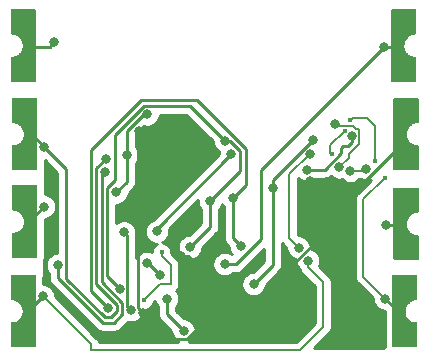
<source format=gbr>
G04 #@! TF.GenerationSoftware,KiCad,Pcbnew,(5.1.5)-3*
G04 #@! TF.CreationDate,2020-05-04T17:56:06+05:30*
G04 #@! TF.ProjectId,Battery_Charger,42617474-6572-4795-9f43-686172676572,rev?*
G04 #@! TF.SameCoordinates,Original*
G04 #@! TF.FileFunction,Copper,L2,Bot*
G04 #@! TF.FilePolarity,Positive*
%FSLAX46Y46*%
G04 Gerber Fmt 4.6, Leading zero omitted, Abs format (unit mm)*
G04 Created by KiCad (PCBNEW (5.1.5)-3) date 2020-05-04 17:56:06*
%MOMM*%
%LPD*%
G04 APERTURE LIST*
%ADD10C,0.100000*%
%ADD11C,0.800000*%
%ADD12C,0.400000*%
%ADD13C,0.250000*%
%ADD14C,0.160000*%
%ADD15C,0.190000*%
%ADD16C,0.254000*%
G04 APERTURE END LIST*
G04 #@! TA.AperFunction,SMDPad,CuDef*
D10*
G36*
X105000378Y-64640003D02*
G01*
X105000419Y-64640001D01*
X105000460Y-64640003D01*
X105000838Y-64640006D01*
X105003529Y-64640175D01*
X105006272Y-64640329D01*
X105006477Y-64640361D01*
X105006688Y-64640374D01*
X105009358Y-64640806D01*
X105012065Y-64641225D01*
X105012272Y-64641278D01*
X105012475Y-64641311D01*
X105015044Y-64641990D01*
X105017742Y-64642683D01*
X105017945Y-64642757D01*
X105018142Y-64642809D01*
X105020639Y-64643737D01*
X105023251Y-64644688D01*
X105023442Y-64644779D01*
X105023637Y-64644852D01*
X105026058Y-64646033D01*
X105028537Y-64647221D01*
X105028719Y-64647331D01*
X105028905Y-64647422D01*
X105031211Y-64648840D01*
X105033552Y-64650258D01*
X105033719Y-64650383D01*
X105033898Y-64650493D01*
X105036084Y-64652152D01*
X105038245Y-64653769D01*
X105038398Y-64653909D01*
X105038567Y-64654037D01*
X105040582Y-64655903D01*
X105042574Y-64657722D01*
X105042714Y-64657877D01*
X105042868Y-64658020D01*
X105044642Y-64660018D01*
X105046497Y-64662078D01*
X105046626Y-64662253D01*
X105046760Y-64662404D01*
X105048360Y-64664606D01*
X105049975Y-64666797D01*
X105050078Y-64666970D01*
X105050206Y-64667146D01*
X105051607Y-64669534D01*
X105052977Y-64671832D01*
X105053066Y-64672022D01*
X105053172Y-64672202D01*
X105054301Y-64674646D01*
X105055473Y-64677136D01*
X105055544Y-64677337D01*
X105055631Y-64677524D01*
X105056522Y-64680082D01*
X105057439Y-64682658D01*
X105057489Y-64682860D01*
X105057559Y-64683060D01*
X105058204Y-64685728D01*
X105058857Y-64688346D01*
X105058887Y-64688552D01*
X105058937Y-64688757D01*
X105059312Y-64691426D01*
X105059714Y-64694145D01*
X105059724Y-64694359D01*
X105059753Y-64694562D01*
X105059867Y-64697283D01*
X105060000Y-64700000D01*
X105060000Y-70700000D01*
X105059997Y-70700378D01*
X105059999Y-70700419D01*
X105059997Y-70700460D01*
X105059994Y-70700838D01*
X105059825Y-70703529D01*
X105059671Y-70706272D01*
X105059639Y-70706477D01*
X105059626Y-70706688D01*
X105059194Y-70709358D01*
X105058775Y-70712065D01*
X105058722Y-70712272D01*
X105058689Y-70712475D01*
X105058010Y-70715044D01*
X105057317Y-70717742D01*
X105057243Y-70717945D01*
X105057191Y-70718142D01*
X105056263Y-70720639D01*
X105055312Y-70723251D01*
X105055221Y-70723442D01*
X105055148Y-70723637D01*
X105053967Y-70726058D01*
X105052779Y-70728537D01*
X105052669Y-70728719D01*
X105052578Y-70728905D01*
X105051160Y-70731211D01*
X105049742Y-70733552D01*
X105049617Y-70733719D01*
X105049507Y-70733898D01*
X105047848Y-70736084D01*
X105046231Y-70738245D01*
X105046091Y-70738398D01*
X105045963Y-70738567D01*
X105044097Y-70740582D01*
X105042278Y-70742574D01*
X105042123Y-70742714D01*
X105041980Y-70742868D01*
X105039982Y-70744642D01*
X105037922Y-70746497D01*
X105037747Y-70746626D01*
X105037596Y-70746760D01*
X105035394Y-70748360D01*
X105033203Y-70749975D01*
X105033030Y-70750078D01*
X105032854Y-70750206D01*
X105030466Y-70751607D01*
X105028168Y-70752977D01*
X105027978Y-70753066D01*
X105027798Y-70753172D01*
X105025354Y-70754301D01*
X105022864Y-70755473D01*
X105022663Y-70755544D01*
X105022476Y-70755631D01*
X105019918Y-70756522D01*
X105017342Y-70757439D01*
X105017140Y-70757489D01*
X105016940Y-70757559D01*
X105014272Y-70758204D01*
X105011654Y-70758857D01*
X105011448Y-70758887D01*
X105011243Y-70758937D01*
X105008574Y-70759312D01*
X105005855Y-70759714D01*
X105005641Y-70759724D01*
X105005438Y-70759753D01*
X105002717Y-70759867D01*
X105000000Y-70760000D01*
X103000000Y-70760000D01*
X102999622Y-70759997D01*
X102999581Y-70759999D01*
X102999540Y-70759997D01*
X102999162Y-70759994D01*
X102996471Y-70759825D01*
X102993728Y-70759671D01*
X102993523Y-70759639D01*
X102993312Y-70759626D01*
X102990642Y-70759194D01*
X102987935Y-70758775D01*
X102987728Y-70758722D01*
X102987525Y-70758689D01*
X102984956Y-70758010D01*
X102982258Y-70757317D01*
X102982055Y-70757243D01*
X102981858Y-70757191D01*
X102979361Y-70756263D01*
X102976749Y-70755312D01*
X102976558Y-70755221D01*
X102976363Y-70755148D01*
X102973942Y-70753967D01*
X102971463Y-70752779D01*
X102971281Y-70752669D01*
X102971095Y-70752578D01*
X102968789Y-70751160D01*
X102966448Y-70749742D01*
X102966281Y-70749617D01*
X102966102Y-70749507D01*
X102963916Y-70747848D01*
X102961755Y-70746231D01*
X102961602Y-70746091D01*
X102961433Y-70745963D01*
X102959418Y-70744097D01*
X102957426Y-70742278D01*
X102957286Y-70742123D01*
X102957132Y-70741980D01*
X102955358Y-70739982D01*
X102953503Y-70737922D01*
X102953374Y-70737747D01*
X102953240Y-70737596D01*
X102951611Y-70735355D01*
X102950025Y-70733203D01*
X102949922Y-70733030D01*
X102949794Y-70732854D01*
X102948393Y-70730466D01*
X102947023Y-70728168D01*
X102946934Y-70727978D01*
X102946828Y-70727798D01*
X102945699Y-70725354D01*
X102944527Y-70722864D01*
X102944456Y-70722663D01*
X102944369Y-70722476D01*
X102943478Y-70719918D01*
X102942561Y-70717342D01*
X102942511Y-70717140D01*
X102942441Y-70716940D01*
X102941796Y-70714272D01*
X102941143Y-70711654D01*
X102941113Y-70711448D01*
X102941063Y-70711243D01*
X102940688Y-70708574D01*
X102940286Y-70705855D01*
X102940276Y-70705641D01*
X102940247Y-70705438D01*
X102940133Y-70702717D01*
X102940000Y-70700000D01*
X102940000Y-68700000D01*
X102940006Y-68699162D01*
X102940164Y-68696643D01*
X102940287Y-68694143D01*
X102940348Y-68693733D01*
X102940374Y-68693312D01*
X102940778Y-68690818D01*
X102941143Y-68688344D01*
X102941244Y-68687939D01*
X102941311Y-68687525D01*
X102941949Y-68685110D01*
X102942561Y-68682657D01*
X102942704Y-68682256D01*
X102942809Y-68681858D01*
X102943680Y-68679514D01*
X102944528Y-68677134D01*
X102944706Y-68676756D01*
X102944852Y-68676363D01*
X102945951Y-68674110D01*
X102947024Y-68671830D01*
X102947241Y-68671466D01*
X102947422Y-68671095D01*
X102948725Y-68668977D01*
X102950026Y-68666794D01*
X102950276Y-68666456D01*
X102950493Y-68666102D01*
X102952004Y-68664111D01*
X102953504Y-68662077D01*
X102953785Y-68661765D01*
X102954037Y-68661433D01*
X102955762Y-68659570D01*
X102957427Y-68657721D01*
X102957735Y-68657440D01*
X102958020Y-68657132D01*
X102959892Y-68655470D01*
X102961756Y-68653768D01*
X102962094Y-68653515D01*
X102962404Y-68653240D01*
X102964483Y-68651729D01*
X102966451Y-68650257D01*
X102966799Y-68650046D01*
X102967146Y-68649794D01*
X102969350Y-68648501D01*
X102971465Y-68647220D01*
X102971841Y-68647040D01*
X102972202Y-68646828D01*
X102974467Y-68645781D01*
X102976751Y-68644687D01*
X102977150Y-68644542D01*
X102977524Y-68644369D01*
X102979885Y-68643547D01*
X102982259Y-68642683D01*
X102982663Y-68642579D01*
X102983060Y-68642441D01*
X102985498Y-68641851D01*
X102987937Y-68641225D01*
X102988355Y-68641160D01*
X102988757Y-68641063D01*
X102991211Y-68640718D01*
X102993730Y-68640328D01*
X102994154Y-68640304D01*
X102994562Y-68640247D01*
X102997051Y-68640142D01*
X102999583Y-68640001D01*
X103011868Y-68639916D01*
X103104778Y-68634070D01*
X103195423Y-68619389D01*
X103284200Y-68595933D01*
X103370275Y-68563922D01*
X103452817Y-68523664D01*
X103531022Y-68475552D01*
X103604177Y-68420024D01*
X103671554Y-68357632D01*
X103732525Y-68288959D01*
X103786497Y-68214672D01*
X103832966Y-68135469D01*
X103871486Y-68052105D01*
X103901686Y-67965382D01*
X103923280Y-67876121D01*
X103936060Y-67785185D01*
X103939906Y-67693437D01*
X103934780Y-67601759D01*
X103920729Y-67510998D01*
X103897894Y-67422060D01*
X103866483Y-67335759D01*
X103826808Y-67252951D01*
X103779237Y-67174400D01*
X103724222Y-67100861D01*
X103686911Y-67060000D01*
X103843518Y-67060000D01*
X103849403Y-67067867D01*
X103850375Y-67066275D01*
X103853903Y-67061593D01*
X103855368Y-67060000D01*
X103843518Y-67060000D01*
X103686911Y-67060000D01*
X103662310Y-67033059D01*
X103594059Y-66971606D01*
X103520151Y-66917115D01*
X103441273Y-66870094D01*
X103358183Y-66830995D01*
X103271678Y-66800191D01*
X103182561Y-66777972D01*
X103091721Y-66764558D01*
X102997069Y-66759928D01*
X102996232Y-66759881D01*
X102994989Y-66759742D01*
X102993728Y-66759671D01*
X102992067Y-66759414D01*
X102990407Y-66759228D01*
X102989187Y-66758969D01*
X102987935Y-66758775D01*
X102986295Y-66758354D01*
X102984673Y-66758009D01*
X102983487Y-66757633D01*
X102982258Y-66757317D01*
X102980662Y-66756736D01*
X102979086Y-66756236D01*
X102977948Y-66755748D01*
X102976749Y-66755312D01*
X102975225Y-66754582D01*
X102973697Y-66753927D01*
X102972600Y-66753324D01*
X102971463Y-66752779D01*
X102970021Y-66751906D01*
X102968561Y-66751103D01*
X102967530Y-66750397D01*
X102966448Y-66749742D01*
X102965106Y-66748738D01*
X102963724Y-66747792D01*
X102962758Y-66746982D01*
X102961755Y-66746231D01*
X102960519Y-66745103D01*
X102959234Y-66744024D01*
X102958353Y-66743124D01*
X102957426Y-66742278D01*
X102956309Y-66741037D01*
X102955132Y-66739836D01*
X102954344Y-66738856D01*
X102953503Y-66737922D01*
X102952507Y-66736571D01*
X102951459Y-66735267D01*
X102950768Y-66734211D01*
X102950025Y-66733203D01*
X102949172Y-66731773D01*
X102948249Y-66730362D01*
X102947664Y-66729243D01*
X102947023Y-66728168D01*
X102946312Y-66726656D01*
X102945533Y-66725167D01*
X102945061Y-66724000D01*
X102944527Y-66722864D01*
X102943965Y-66721286D01*
X102943337Y-66719731D01*
X102942981Y-66718523D01*
X102942561Y-66717342D01*
X102942158Y-66715724D01*
X102941682Y-66714108D01*
X102941445Y-66712866D01*
X102941143Y-66711654D01*
X102940898Y-66709998D01*
X102940584Y-66708350D01*
X102940471Y-66707106D01*
X102940286Y-66705855D01*
X102940204Y-66704167D01*
X102940053Y-66702512D01*
X102940062Y-66701260D01*
X102940000Y-66700000D01*
X102940000Y-64700000D01*
X102940003Y-64699622D01*
X102940001Y-64699581D01*
X102940003Y-64699540D01*
X102940006Y-64699162D01*
X102940175Y-64696471D01*
X102940329Y-64693728D01*
X102940361Y-64693523D01*
X102940374Y-64693312D01*
X102940806Y-64690642D01*
X102941225Y-64687935D01*
X102941278Y-64687728D01*
X102941311Y-64687525D01*
X102941990Y-64684956D01*
X102942683Y-64682258D01*
X102942757Y-64682055D01*
X102942809Y-64681858D01*
X102943737Y-64679361D01*
X102944688Y-64676749D01*
X102944779Y-64676558D01*
X102944852Y-64676363D01*
X102946033Y-64673942D01*
X102947221Y-64671463D01*
X102947331Y-64671281D01*
X102947422Y-64671095D01*
X102948840Y-64668789D01*
X102950258Y-64666448D01*
X102950383Y-64666281D01*
X102950493Y-64666102D01*
X102952152Y-64663916D01*
X102953769Y-64661755D01*
X102953909Y-64661602D01*
X102954037Y-64661433D01*
X102955903Y-64659418D01*
X102957722Y-64657426D01*
X102957877Y-64657286D01*
X102958020Y-64657132D01*
X102960018Y-64655358D01*
X102962078Y-64653503D01*
X102962253Y-64653374D01*
X102962404Y-64653240D01*
X102964606Y-64651640D01*
X102966797Y-64650025D01*
X102966970Y-64649922D01*
X102967146Y-64649794D01*
X102969534Y-64648393D01*
X102971832Y-64647023D01*
X102972022Y-64646934D01*
X102972202Y-64646828D01*
X102974646Y-64645699D01*
X102977136Y-64644527D01*
X102977337Y-64644456D01*
X102977524Y-64644369D01*
X102980082Y-64643478D01*
X102982658Y-64642561D01*
X102982860Y-64642511D01*
X102983060Y-64642441D01*
X102985728Y-64641796D01*
X102988346Y-64641143D01*
X102988552Y-64641113D01*
X102988757Y-64641063D01*
X102991426Y-64640688D01*
X102994145Y-64640286D01*
X102994359Y-64640276D01*
X102994562Y-64640247D01*
X102997283Y-64640133D01*
X103000000Y-64640000D01*
X105000000Y-64640000D01*
X105000378Y-64640003D01*
G37*
G04 #@! TD.AperFunction*
G04 #@! TA.AperFunction,SMDPad,CuDef*
G36*
X105100378Y-72140003D02*
G01*
X105100419Y-72140001D01*
X105100460Y-72140003D01*
X105100838Y-72140006D01*
X105103529Y-72140175D01*
X105106272Y-72140329D01*
X105106477Y-72140361D01*
X105106688Y-72140374D01*
X105109358Y-72140806D01*
X105112065Y-72141225D01*
X105112272Y-72141278D01*
X105112475Y-72141311D01*
X105115044Y-72141990D01*
X105117742Y-72142683D01*
X105117945Y-72142757D01*
X105118142Y-72142809D01*
X105120639Y-72143737D01*
X105123251Y-72144688D01*
X105123442Y-72144779D01*
X105123637Y-72144852D01*
X105126058Y-72146033D01*
X105128537Y-72147221D01*
X105128719Y-72147331D01*
X105128905Y-72147422D01*
X105131211Y-72148840D01*
X105133552Y-72150258D01*
X105133719Y-72150383D01*
X105133898Y-72150493D01*
X105136084Y-72152152D01*
X105138245Y-72153769D01*
X105138398Y-72153909D01*
X105138567Y-72154037D01*
X105140582Y-72155903D01*
X105142574Y-72157722D01*
X105142714Y-72157877D01*
X105142868Y-72158020D01*
X105144642Y-72160018D01*
X105146497Y-72162078D01*
X105146626Y-72162253D01*
X105146760Y-72162404D01*
X105148360Y-72164606D01*
X105149975Y-72166797D01*
X105150078Y-72166970D01*
X105150206Y-72167146D01*
X105151607Y-72169534D01*
X105152977Y-72171832D01*
X105153066Y-72172022D01*
X105153172Y-72172202D01*
X105154301Y-72174646D01*
X105155473Y-72177136D01*
X105155544Y-72177337D01*
X105155631Y-72177524D01*
X105156522Y-72180082D01*
X105157439Y-72182658D01*
X105157489Y-72182860D01*
X105157559Y-72183060D01*
X105158204Y-72185728D01*
X105158857Y-72188346D01*
X105158887Y-72188552D01*
X105158937Y-72188757D01*
X105159312Y-72191426D01*
X105159714Y-72194145D01*
X105159724Y-72194359D01*
X105159753Y-72194562D01*
X105159867Y-72197283D01*
X105160000Y-72200000D01*
X105160000Y-78200000D01*
X105159997Y-78200378D01*
X105159999Y-78200419D01*
X105159997Y-78200460D01*
X105159994Y-78200838D01*
X105159825Y-78203529D01*
X105159671Y-78206272D01*
X105159639Y-78206477D01*
X105159626Y-78206688D01*
X105159194Y-78209358D01*
X105158775Y-78212065D01*
X105158722Y-78212272D01*
X105158689Y-78212475D01*
X105158010Y-78215044D01*
X105157317Y-78217742D01*
X105157243Y-78217945D01*
X105157191Y-78218142D01*
X105156263Y-78220639D01*
X105155312Y-78223251D01*
X105155221Y-78223442D01*
X105155148Y-78223637D01*
X105153967Y-78226058D01*
X105152779Y-78228537D01*
X105152669Y-78228719D01*
X105152578Y-78228905D01*
X105151160Y-78231211D01*
X105149742Y-78233552D01*
X105149617Y-78233719D01*
X105149507Y-78233898D01*
X105147848Y-78236084D01*
X105146231Y-78238245D01*
X105146091Y-78238398D01*
X105145963Y-78238567D01*
X105144097Y-78240582D01*
X105142278Y-78242574D01*
X105142123Y-78242714D01*
X105141980Y-78242868D01*
X105139982Y-78244642D01*
X105137922Y-78246497D01*
X105137747Y-78246626D01*
X105137596Y-78246760D01*
X105135394Y-78248360D01*
X105133203Y-78249975D01*
X105133030Y-78250078D01*
X105132854Y-78250206D01*
X105130466Y-78251607D01*
X105128168Y-78252977D01*
X105127978Y-78253066D01*
X105127798Y-78253172D01*
X105125354Y-78254301D01*
X105122864Y-78255473D01*
X105122663Y-78255544D01*
X105122476Y-78255631D01*
X105119918Y-78256522D01*
X105117342Y-78257439D01*
X105117140Y-78257489D01*
X105116940Y-78257559D01*
X105114272Y-78258204D01*
X105111654Y-78258857D01*
X105111448Y-78258887D01*
X105111243Y-78258937D01*
X105108574Y-78259312D01*
X105105855Y-78259714D01*
X105105641Y-78259724D01*
X105105438Y-78259753D01*
X105102717Y-78259867D01*
X105100000Y-78260000D01*
X103100000Y-78260000D01*
X103099622Y-78259997D01*
X103099581Y-78259999D01*
X103099540Y-78259997D01*
X103099162Y-78259994D01*
X103096471Y-78259825D01*
X103093728Y-78259671D01*
X103093523Y-78259639D01*
X103093312Y-78259626D01*
X103090642Y-78259194D01*
X103087935Y-78258775D01*
X103087728Y-78258722D01*
X103087525Y-78258689D01*
X103084956Y-78258010D01*
X103082258Y-78257317D01*
X103082055Y-78257243D01*
X103081858Y-78257191D01*
X103079361Y-78256263D01*
X103076749Y-78255312D01*
X103076558Y-78255221D01*
X103076363Y-78255148D01*
X103073942Y-78253967D01*
X103071463Y-78252779D01*
X103071281Y-78252669D01*
X103071095Y-78252578D01*
X103068789Y-78251160D01*
X103066448Y-78249742D01*
X103066281Y-78249617D01*
X103066102Y-78249507D01*
X103063916Y-78247848D01*
X103061755Y-78246231D01*
X103061602Y-78246091D01*
X103061433Y-78245963D01*
X103059418Y-78244097D01*
X103057426Y-78242278D01*
X103057286Y-78242123D01*
X103057132Y-78241980D01*
X103055358Y-78239982D01*
X103053503Y-78237922D01*
X103053374Y-78237747D01*
X103053240Y-78237596D01*
X103051611Y-78235355D01*
X103050025Y-78233203D01*
X103049922Y-78233030D01*
X103049794Y-78232854D01*
X103048393Y-78230466D01*
X103047023Y-78228168D01*
X103046934Y-78227978D01*
X103046828Y-78227798D01*
X103045699Y-78225354D01*
X103044527Y-78222864D01*
X103044456Y-78222663D01*
X103044369Y-78222476D01*
X103043478Y-78219918D01*
X103042561Y-78217342D01*
X103042511Y-78217140D01*
X103042441Y-78216940D01*
X103041796Y-78214272D01*
X103041143Y-78211654D01*
X103041113Y-78211448D01*
X103041063Y-78211243D01*
X103040688Y-78208574D01*
X103040286Y-78205855D01*
X103040276Y-78205641D01*
X103040247Y-78205438D01*
X103040133Y-78202717D01*
X103040000Y-78200000D01*
X103040000Y-76200000D01*
X103040006Y-76199162D01*
X103040164Y-76196643D01*
X103040287Y-76194143D01*
X103040348Y-76193733D01*
X103040374Y-76193312D01*
X103040778Y-76190818D01*
X103041143Y-76188344D01*
X103041244Y-76187939D01*
X103041311Y-76187525D01*
X103041949Y-76185110D01*
X103042561Y-76182657D01*
X103042704Y-76182256D01*
X103042809Y-76181858D01*
X103043680Y-76179514D01*
X103044528Y-76177134D01*
X103044706Y-76176756D01*
X103044852Y-76176363D01*
X103045951Y-76174110D01*
X103047024Y-76171830D01*
X103047241Y-76171466D01*
X103047422Y-76171095D01*
X103048725Y-76168977D01*
X103050026Y-76166794D01*
X103050276Y-76166456D01*
X103050493Y-76166102D01*
X103052004Y-76164111D01*
X103053504Y-76162077D01*
X103053785Y-76161765D01*
X103054037Y-76161433D01*
X103055762Y-76159570D01*
X103057427Y-76157721D01*
X103057735Y-76157440D01*
X103058020Y-76157132D01*
X103059892Y-76155470D01*
X103061756Y-76153768D01*
X103062094Y-76153515D01*
X103062404Y-76153240D01*
X103064483Y-76151729D01*
X103066451Y-76150257D01*
X103066799Y-76150046D01*
X103067146Y-76149794D01*
X103069350Y-76148501D01*
X103071465Y-76147220D01*
X103071841Y-76147040D01*
X103072202Y-76146828D01*
X103074467Y-76145781D01*
X103076751Y-76144687D01*
X103077150Y-76144542D01*
X103077524Y-76144369D01*
X103079885Y-76143547D01*
X103082259Y-76142683D01*
X103082663Y-76142579D01*
X103083060Y-76142441D01*
X103085498Y-76141851D01*
X103087937Y-76141225D01*
X103088355Y-76141160D01*
X103088757Y-76141063D01*
X103091211Y-76140718D01*
X103093730Y-76140328D01*
X103094154Y-76140304D01*
X103094562Y-76140247D01*
X103097051Y-76140142D01*
X103099583Y-76140001D01*
X103111868Y-76139916D01*
X103204778Y-76134070D01*
X103295423Y-76119389D01*
X103384200Y-76095933D01*
X103470275Y-76063922D01*
X103552817Y-76023664D01*
X103631022Y-75975552D01*
X103704177Y-75920024D01*
X103771554Y-75857632D01*
X103832525Y-75788959D01*
X103886497Y-75714672D01*
X103932966Y-75635469D01*
X103971486Y-75552105D01*
X104001686Y-75465382D01*
X104023280Y-75376121D01*
X104036060Y-75285185D01*
X104039906Y-75193437D01*
X104034780Y-75101759D01*
X104020729Y-75010998D01*
X103997894Y-74922060D01*
X103966483Y-74835759D01*
X103926808Y-74752951D01*
X103879237Y-74674400D01*
X103824222Y-74600861D01*
X103786911Y-74560000D01*
X103943518Y-74560000D01*
X103949403Y-74567867D01*
X103950375Y-74566275D01*
X103953903Y-74561593D01*
X103955368Y-74560000D01*
X103943518Y-74560000D01*
X103786911Y-74560000D01*
X103762310Y-74533059D01*
X103694059Y-74471606D01*
X103620151Y-74417115D01*
X103541273Y-74370094D01*
X103458183Y-74330995D01*
X103371678Y-74300191D01*
X103282561Y-74277972D01*
X103191721Y-74264558D01*
X103097069Y-74259928D01*
X103096232Y-74259881D01*
X103094989Y-74259742D01*
X103093728Y-74259671D01*
X103092067Y-74259414D01*
X103090407Y-74259228D01*
X103089187Y-74258969D01*
X103087935Y-74258775D01*
X103086295Y-74258354D01*
X103084673Y-74258009D01*
X103083487Y-74257633D01*
X103082258Y-74257317D01*
X103080662Y-74256736D01*
X103079086Y-74256236D01*
X103077948Y-74255748D01*
X103076749Y-74255312D01*
X103075225Y-74254582D01*
X103073697Y-74253927D01*
X103072600Y-74253324D01*
X103071463Y-74252779D01*
X103070021Y-74251906D01*
X103068561Y-74251103D01*
X103067530Y-74250397D01*
X103066448Y-74249742D01*
X103065106Y-74248738D01*
X103063724Y-74247792D01*
X103062758Y-74246982D01*
X103061755Y-74246231D01*
X103060519Y-74245103D01*
X103059234Y-74244024D01*
X103058353Y-74243124D01*
X103057426Y-74242278D01*
X103056309Y-74241037D01*
X103055132Y-74239836D01*
X103054344Y-74238856D01*
X103053503Y-74237922D01*
X103052507Y-74236571D01*
X103051459Y-74235267D01*
X103050768Y-74234211D01*
X103050025Y-74233203D01*
X103049172Y-74231773D01*
X103048249Y-74230362D01*
X103047664Y-74229243D01*
X103047023Y-74228168D01*
X103046312Y-74226656D01*
X103045533Y-74225167D01*
X103045061Y-74224000D01*
X103044527Y-74222864D01*
X103043965Y-74221286D01*
X103043337Y-74219731D01*
X103042981Y-74218523D01*
X103042561Y-74217342D01*
X103042158Y-74215724D01*
X103041682Y-74214108D01*
X103041445Y-74212866D01*
X103041143Y-74211654D01*
X103040898Y-74209998D01*
X103040584Y-74208350D01*
X103040471Y-74207106D01*
X103040286Y-74205855D01*
X103040204Y-74204167D01*
X103040053Y-74202512D01*
X103040062Y-74201260D01*
X103040000Y-74200000D01*
X103040000Y-72200000D01*
X103040003Y-72199622D01*
X103040001Y-72199581D01*
X103040003Y-72199540D01*
X103040006Y-72199162D01*
X103040175Y-72196471D01*
X103040329Y-72193728D01*
X103040361Y-72193523D01*
X103040374Y-72193312D01*
X103040806Y-72190642D01*
X103041225Y-72187935D01*
X103041278Y-72187728D01*
X103041311Y-72187525D01*
X103041990Y-72184956D01*
X103042683Y-72182258D01*
X103042757Y-72182055D01*
X103042809Y-72181858D01*
X103043737Y-72179361D01*
X103044688Y-72176749D01*
X103044779Y-72176558D01*
X103044852Y-72176363D01*
X103046033Y-72173942D01*
X103047221Y-72171463D01*
X103047331Y-72171281D01*
X103047422Y-72171095D01*
X103048840Y-72168789D01*
X103050258Y-72166448D01*
X103050383Y-72166281D01*
X103050493Y-72166102D01*
X103052152Y-72163916D01*
X103053769Y-72161755D01*
X103053909Y-72161602D01*
X103054037Y-72161433D01*
X103055903Y-72159418D01*
X103057722Y-72157426D01*
X103057877Y-72157286D01*
X103058020Y-72157132D01*
X103060018Y-72155358D01*
X103062078Y-72153503D01*
X103062253Y-72153374D01*
X103062404Y-72153240D01*
X103064606Y-72151640D01*
X103066797Y-72150025D01*
X103066970Y-72149922D01*
X103067146Y-72149794D01*
X103069534Y-72148393D01*
X103071832Y-72147023D01*
X103072022Y-72146934D01*
X103072202Y-72146828D01*
X103074646Y-72145699D01*
X103077136Y-72144527D01*
X103077337Y-72144456D01*
X103077524Y-72144369D01*
X103080082Y-72143478D01*
X103082658Y-72142561D01*
X103082860Y-72142511D01*
X103083060Y-72142441D01*
X103085728Y-72141796D01*
X103088346Y-72141143D01*
X103088552Y-72141113D01*
X103088757Y-72141063D01*
X103091426Y-72140688D01*
X103094145Y-72140286D01*
X103094359Y-72140276D01*
X103094562Y-72140247D01*
X103097283Y-72140133D01*
X103100000Y-72140000D01*
X105100000Y-72140000D01*
X105100378Y-72140003D01*
G37*
G04 #@! TD.AperFunction*
G04 #@! TA.AperFunction,SMDPad,CuDef*
G36*
X105100378Y-79540003D02*
G01*
X105100419Y-79540001D01*
X105100460Y-79540003D01*
X105100838Y-79540006D01*
X105103529Y-79540175D01*
X105106272Y-79540329D01*
X105106477Y-79540361D01*
X105106688Y-79540374D01*
X105109358Y-79540806D01*
X105112065Y-79541225D01*
X105112272Y-79541278D01*
X105112475Y-79541311D01*
X105115044Y-79541990D01*
X105117742Y-79542683D01*
X105117945Y-79542757D01*
X105118142Y-79542809D01*
X105120639Y-79543737D01*
X105123251Y-79544688D01*
X105123442Y-79544779D01*
X105123637Y-79544852D01*
X105126058Y-79546033D01*
X105128537Y-79547221D01*
X105128719Y-79547331D01*
X105128905Y-79547422D01*
X105131211Y-79548840D01*
X105133552Y-79550258D01*
X105133719Y-79550383D01*
X105133898Y-79550493D01*
X105136084Y-79552152D01*
X105138245Y-79553769D01*
X105138398Y-79553909D01*
X105138567Y-79554037D01*
X105140582Y-79555903D01*
X105142574Y-79557722D01*
X105142714Y-79557877D01*
X105142868Y-79558020D01*
X105144642Y-79560018D01*
X105146497Y-79562078D01*
X105146626Y-79562253D01*
X105146760Y-79562404D01*
X105148360Y-79564606D01*
X105149975Y-79566797D01*
X105150078Y-79566970D01*
X105150206Y-79567146D01*
X105151607Y-79569534D01*
X105152977Y-79571832D01*
X105153066Y-79572022D01*
X105153172Y-79572202D01*
X105154301Y-79574646D01*
X105155473Y-79577136D01*
X105155544Y-79577337D01*
X105155631Y-79577524D01*
X105156522Y-79580082D01*
X105157439Y-79582658D01*
X105157489Y-79582860D01*
X105157559Y-79583060D01*
X105158204Y-79585728D01*
X105158857Y-79588346D01*
X105158887Y-79588552D01*
X105158937Y-79588757D01*
X105159312Y-79591426D01*
X105159714Y-79594145D01*
X105159724Y-79594359D01*
X105159753Y-79594562D01*
X105159867Y-79597283D01*
X105160000Y-79600000D01*
X105160000Y-85600000D01*
X105159997Y-85600378D01*
X105159999Y-85600419D01*
X105159997Y-85600460D01*
X105159994Y-85600838D01*
X105159825Y-85603529D01*
X105159671Y-85606272D01*
X105159639Y-85606477D01*
X105159626Y-85606688D01*
X105159194Y-85609358D01*
X105158775Y-85612065D01*
X105158722Y-85612272D01*
X105158689Y-85612475D01*
X105158010Y-85615044D01*
X105157317Y-85617742D01*
X105157243Y-85617945D01*
X105157191Y-85618142D01*
X105156263Y-85620639D01*
X105155312Y-85623251D01*
X105155221Y-85623442D01*
X105155148Y-85623637D01*
X105153967Y-85626058D01*
X105152779Y-85628537D01*
X105152669Y-85628719D01*
X105152578Y-85628905D01*
X105151160Y-85631211D01*
X105149742Y-85633552D01*
X105149617Y-85633719D01*
X105149507Y-85633898D01*
X105147848Y-85636084D01*
X105146231Y-85638245D01*
X105146091Y-85638398D01*
X105145963Y-85638567D01*
X105144097Y-85640582D01*
X105142278Y-85642574D01*
X105142123Y-85642714D01*
X105141980Y-85642868D01*
X105139982Y-85644642D01*
X105137922Y-85646497D01*
X105137747Y-85646626D01*
X105137596Y-85646760D01*
X105135394Y-85648360D01*
X105133203Y-85649975D01*
X105133030Y-85650078D01*
X105132854Y-85650206D01*
X105130466Y-85651607D01*
X105128168Y-85652977D01*
X105127978Y-85653066D01*
X105127798Y-85653172D01*
X105125354Y-85654301D01*
X105122864Y-85655473D01*
X105122663Y-85655544D01*
X105122476Y-85655631D01*
X105119918Y-85656522D01*
X105117342Y-85657439D01*
X105117140Y-85657489D01*
X105116940Y-85657559D01*
X105114272Y-85658204D01*
X105111654Y-85658857D01*
X105111448Y-85658887D01*
X105111243Y-85658937D01*
X105108574Y-85659312D01*
X105105855Y-85659714D01*
X105105641Y-85659724D01*
X105105438Y-85659753D01*
X105102717Y-85659867D01*
X105100000Y-85660000D01*
X103100000Y-85660000D01*
X103099622Y-85659997D01*
X103099581Y-85659999D01*
X103099540Y-85659997D01*
X103099162Y-85659994D01*
X103096471Y-85659825D01*
X103093728Y-85659671D01*
X103093523Y-85659639D01*
X103093312Y-85659626D01*
X103090642Y-85659194D01*
X103087935Y-85658775D01*
X103087728Y-85658722D01*
X103087525Y-85658689D01*
X103084956Y-85658010D01*
X103082258Y-85657317D01*
X103082055Y-85657243D01*
X103081858Y-85657191D01*
X103079361Y-85656263D01*
X103076749Y-85655312D01*
X103076558Y-85655221D01*
X103076363Y-85655148D01*
X103073942Y-85653967D01*
X103071463Y-85652779D01*
X103071281Y-85652669D01*
X103071095Y-85652578D01*
X103068789Y-85651160D01*
X103066448Y-85649742D01*
X103066281Y-85649617D01*
X103066102Y-85649507D01*
X103063916Y-85647848D01*
X103061755Y-85646231D01*
X103061602Y-85646091D01*
X103061433Y-85645963D01*
X103059418Y-85644097D01*
X103057426Y-85642278D01*
X103057286Y-85642123D01*
X103057132Y-85641980D01*
X103055358Y-85639982D01*
X103053503Y-85637922D01*
X103053374Y-85637747D01*
X103053240Y-85637596D01*
X103051611Y-85635355D01*
X103050025Y-85633203D01*
X103049922Y-85633030D01*
X103049794Y-85632854D01*
X103048393Y-85630466D01*
X103047023Y-85628168D01*
X103046934Y-85627978D01*
X103046828Y-85627798D01*
X103045699Y-85625354D01*
X103044527Y-85622864D01*
X103044456Y-85622663D01*
X103044369Y-85622476D01*
X103043478Y-85619918D01*
X103042561Y-85617342D01*
X103042511Y-85617140D01*
X103042441Y-85616940D01*
X103041796Y-85614272D01*
X103041143Y-85611654D01*
X103041113Y-85611448D01*
X103041063Y-85611243D01*
X103040688Y-85608574D01*
X103040286Y-85605855D01*
X103040276Y-85605641D01*
X103040247Y-85605438D01*
X103040133Y-85602717D01*
X103040000Y-85600000D01*
X103040000Y-83600000D01*
X103040006Y-83599162D01*
X103040164Y-83596643D01*
X103040287Y-83594143D01*
X103040348Y-83593733D01*
X103040374Y-83593312D01*
X103040778Y-83590818D01*
X103041143Y-83588344D01*
X103041244Y-83587939D01*
X103041311Y-83587525D01*
X103041949Y-83585110D01*
X103042561Y-83582657D01*
X103042704Y-83582256D01*
X103042809Y-83581858D01*
X103043680Y-83579514D01*
X103044528Y-83577134D01*
X103044706Y-83576756D01*
X103044852Y-83576363D01*
X103045951Y-83574110D01*
X103047024Y-83571830D01*
X103047241Y-83571466D01*
X103047422Y-83571095D01*
X103048725Y-83568977D01*
X103050026Y-83566794D01*
X103050276Y-83566456D01*
X103050493Y-83566102D01*
X103052004Y-83564111D01*
X103053504Y-83562077D01*
X103053785Y-83561765D01*
X103054037Y-83561433D01*
X103055762Y-83559570D01*
X103057427Y-83557721D01*
X103057735Y-83557440D01*
X103058020Y-83557132D01*
X103059892Y-83555470D01*
X103061756Y-83553768D01*
X103062094Y-83553515D01*
X103062404Y-83553240D01*
X103064483Y-83551729D01*
X103066451Y-83550257D01*
X103066799Y-83550046D01*
X103067146Y-83549794D01*
X103069350Y-83548501D01*
X103071465Y-83547220D01*
X103071841Y-83547040D01*
X103072202Y-83546828D01*
X103074467Y-83545781D01*
X103076751Y-83544687D01*
X103077150Y-83544542D01*
X103077524Y-83544369D01*
X103079885Y-83543547D01*
X103082259Y-83542683D01*
X103082663Y-83542579D01*
X103083060Y-83542441D01*
X103085498Y-83541851D01*
X103087937Y-83541225D01*
X103088355Y-83541160D01*
X103088757Y-83541063D01*
X103091211Y-83540718D01*
X103093730Y-83540328D01*
X103094154Y-83540304D01*
X103094562Y-83540247D01*
X103097051Y-83540142D01*
X103099583Y-83540001D01*
X103111868Y-83539916D01*
X103204778Y-83534070D01*
X103295423Y-83519389D01*
X103384200Y-83495933D01*
X103470275Y-83463922D01*
X103552817Y-83423664D01*
X103631022Y-83375552D01*
X103704177Y-83320024D01*
X103771554Y-83257632D01*
X103832525Y-83188959D01*
X103886497Y-83114672D01*
X103932966Y-83035469D01*
X103971486Y-82952105D01*
X104001686Y-82865382D01*
X104023280Y-82776121D01*
X104036060Y-82685185D01*
X104039906Y-82593437D01*
X104034780Y-82501759D01*
X104020729Y-82410998D01*
X103997894Y-82322060D01*
X103966483Y-82235759D01*
X103926808Y-82152951D01*
X103879237Y-82074400D01*
X103824222Y-82000861D01*
X103786911Y-81960000D01*
X103943518Y-81960000D01*
X103949403Y-81967867D01*
X103950375Y-81966275D01*
X103953903Y-81961593D01*
X103955368Y-81960000D01*
X103943518Y-81960000D01*
X103786911Y-81960000D01*
X103762310Y-81933059D01*
X103694059Y-81871606D01*
X103620151Y-81817115D01*
X103541273Y-81770094D01*
X103458183Y-81730995D01*
X103371678Y-81700191D01*
X103282561Y-81677972D01*
X103191721Y-81664558D01*
X103097069Y-81659928D01*
X103096232Y-81659881D01*
X103094989Y-81659742D01*
X103093728Y-81659671D01*
X103092067Y-81659414D01*
X103090407Y-81659228D01*
X103089187Y-81658969D01*
X103087935Y-81658775D01*
X103086295Y-81658354D01*
X103084673Y-81658009D01*
X103083487Y-81657633D01*
X103082258Y-81657317D01*
X103080662Y-81656736D01*
X103079086Y-81656236D01*
X103077948Y-81655748D01*
X103076749Y-81655312D01*
X103075225Y-81654582D01*
X103073697Y-81653927D01*
X103072600Y-81653324D01*
X103071463Y-81652779D01*
X103070021Y-81651906D01*
X103068561Y-81651103D01*
X103067530Y-81650397D01*
X103066448Y-81649742D01*
X103065106Y-81648738D01*
X103063724Y-81647792D01*
X103062758Y-81646982D01*
X103061755Y-81646231D01*
X103060519Y-81645103D01*
X103059234Y-81644024D01*
X103058353Y-81643124D01*
X103057426Y-81642278D01*
X103056309Y-81641037D01*
X103055132Y-81639836D01*
X103054344Y-81638856D01*
X103053503Y-81637922D01*
X103052507Y-81636571D01*
X103051459Y-81635267D01*
X103050768Y-81634211D01*
X103050025Y-81633203D01*
X103049172Y-81631773D01*
X103048249Y-81630362D01*
X103047664Y-81629243D01*
X103047023Y-81628168D01*
X103046312Y-81626656D01*
X103045533Y-81625167D01*
X103045061Y-81624000D01*
X103044527Y-81622864D01*
X103043965Y-81621286D01*
X103043337Y-81619731D01*
X103042981Y-81618523D01*
X103042561Y-81617342D01*
X103042158Y-81615724D01*
X103041682Y-81614108D01*
X103041445Y-81612866D01*
X103041143Y-81611654D01*
X103040898Y-81609998D01*
X103040584Y-81608350D01*
X103040471Y-81607106D01*
X103040286Y-81605855D01*
X103040204Y-81604167D01*
X103040053Y-81602512D01*
X103040062Y-81601260D01*
X103040000Y-81600000D01*
X103040000Y-79600000D01*
X103040003Y-79599622D01*
X103040001Y-79599581D01*
X103040003Y-79599540D01*
X103040006Y-79599162D01*
X103040175Y-79596471D01*
X103040329Y-79593728D01*
X103040361Y-79593523D01*
X103040374Y-79593312D01*
X103040806Y-79590642D01*
X103041225Y-79587935D01*
X103041278Y-79587728D01*
X103041311Y-79587525D01*
X103041990Y-79584956D01*
X103042683Y-79582258D01*
X103042757Y-79582055D01*
X103042809Y-79581858D01*
X103043737Y-79579361D01*
X103044688Y-79576749D01*
X103044779Y-79576558D01*
X103044852Y-79576363D01*
X103046033Y-79573942D01*
X103047221Y-79571463D01*
X103047331Y-79571281D01*
X103047422Y-79571095D01*
X103048840Y-79568789D01*
X103050258Y-79566448D01*
X103050383Y-79566281D01*
X103050493Y-79566102D01*
X103052152Y-79563916D01*
X103053769Y-79561755D01*
X103053909Y-79561602D01*
X103054037Y-79561433D01*
X103055903Y-79559418D01*
X103057722Y-79557426D01*
X103057877Y-79557286D01*
X103058020Y-79557132D01*
X103060018Y-79555358D01*
X103062078Y-79553503D01*
X103062253Y-79553374D01*
X103062404Y-79553240D01*
X103064606Y-79551640D01*
X103066797Y-79550025D01*
X103066970Y-79549922D01*
X103067146Y-79549794D01*
X103069534Y-79548393D01*
X103071832Y-79547023D01*
X103072022Y-79546934D01*
X103072202Y-79546828D01*
X103074646Y-79545699D01*
X103077136Y-79544527D01*
X103077337Y-79544456D01*
X103077524Y-79544369D01*
X103080082Y-79543478D01*
X103082658Y-79542561D01*
X103082860Y-79542511D01*
X103083060Y-79542441D01*
X103085728Y-79541796D01*
X103088346Y-79541143D01*
X103088552Y-79541113D01*
X103088757Y-79541063D01*
X103091426Y-79540688D01*
X103094145Y-79540286D01*
X103094359Y-79540276D01*
X103094562Y-79540247D01*
X103097283Y-79540133D01*
X103100000Y-79540000D01*
X105100000Y-79540000D01*
X105100378Y-79540003D01*
G37*
G04 #@! TD.AperFunction*
G04 #@! TA.AperFunction,SMDPad,CuDef*
G36*
X135299622Y-93259997D02*
G01*
X135299581Y-93259999D01*
X135299540Y-93259997D01*
X135299162Y-93259994D01*
X135296471Y-93259825D01*
X135293728Y-93259671D01*
X135293523Y-93259639D01*
X135293312Y-93259626D01*
X135290642Y-93259194D01*
X135287935Y-93258775D01*
X135287728Y-93258722D01*
X135287525Y-93258689D01*
X135284956Y-93258010D01*
X135282258Y-93257317D01*
X135282055Y-93257243D01*
X135281858Y-93257191D01*
X135279361Y-93256263D01*
X135276749Y-93255312D01*
X135276558Y-93255221D01*
X135276363Y-93255148D01*
X135273942Y-93253967D01*
X135271463Y-93252779D01*
X135271281Y-93252669D01*
X135271095Y-93252578D01*
X135268789Y-93251160D01*
X135266448Y-93249742D01*
X135266281Y-93249617D01*
X135266102Y-93249507D01*
X135263916Y-93247848D01*
X135261755Y-93246231D01*
X135261602Y-93246091D01*
X135261433Y-93245963D01*
X135259418Y-93244097D01*
X135257426Y-93242278D01*
X135257286Y-93242123D01*
X135257132Y-93241980D01*
X135255358Y-93239982D01*
X135253503Y-93237922D01*
X135253374Y-93237747D01*
X135253240Y-93237596D01*
X135251640Y-93235394D01*
X135250025Y-93233203D01*
X135249922Y-93233030D01*
X135249794Y-93232854D01*
X135248393Y-93230466D01*
X135247023Y-93228168D01*
X135246934Y-93227978D01*
X135246828Y-93227798D01*
X135245699Y-93225354D01*
X135244527Y-93222864D01*
X135244456Y-93222663D01*
X135244369Y-93222476D01*
X135243478Y-93219918D01*
X135242561Y-93217342D01*
X135242511Y-93217140D01*
X135242441Y-93216940D01*
X135241796Y-93214272D01*
X135241143Y-93211654D01*
X135241113Y-93211448D01*
X135241063Y-93211243D01*
X135240688Y-93208574D01*
X135240286Y-93205855D01*
X135240276Y-93205641D01*
X135240247Y-93205438D01*
X135240133Y-93202717D01*
X135240000Y-93200000D01*
X135240000Y-87200000D01*
X135240003Y-87199622D01*
X135240001Y-87199581D01*
X135240003Y-87199540D01*
X135240006Y-87199162D01*
X135240175Y-87196471D01*
X135240329Y-87193728D01*
X135240361Y-87193523D01*
X135240374Y-87193312D01*
X135240806Y-87190642D01*
X135241225Y-87187935D01*
X135241278Y-87187728D01*
X135241311Y-87187525D01*
X135241990Y-87184956D01*
X135242683Y-87182258D01*
X135242757Y-87182055D01*
X135242809Y-87181858D01*
X135243737Y-87179361D01*
X135244688Y-87176749D01*
X135244779Y-87176558D01*
X135244852Y-87176363D01*
X135246033Y-87173942D01*
X135247221Y-87171463D01*
X135247331Y-87171281D01*
X135247422Y-87171095D01*
X135248840Y-87168789D01*
X135250258Y-87166448D01*
X135250383Y-87166281D01*
X135250493Y-87166102D01*
X135252152Y-87163916D01*
X135253769Y-87161755D01*
X135253909Y-87161602D01*
X135254037Y-87161433D01*
X135255903Y-87159418D01*
X135257722Y-87157426D01*
X135257877Y-87157286D01*
X135258020Y-87157132D01*
X135260018Y-87155358D01*
X135262078Y-87153503D01*
X135262253Y-87153374D01*
X135262404Y-87153240D01*
X135264606Y-87151640D01*
X135266797Y-87150025D01*
X135266970Y-87149922D01*
X135267146Y-87149794D01*
X135269534Y-87148393D01*
X135271832Y-87147023D01*
X135272022Y-87146934D01*
X135272202Y-87146828D01*
X135274646Y-87145699D01*
X135277136Y-87144527D01*
X135277337Y-87144456D01*
X135277524Y-87144369D01*
X135280082Y-87143478D01*
X135282658Y-87142561D01*
X135282860Y-87142511D01*
X135283060Y-87142441D01*
X135285728Y-87141796D01*
X135288346Y-87141143D01*
X135288552Y-87141113D01*
X135288757Y-87141063D01*
X135291426Y-87140688D01*
X135294145Y-87140286D01*
X135294359Y-87140276D01*
X135294562Y-87140247D01*
X135297283Y-87140133D01*
X135300000Y-87140000D01*
X137300000Y-87140000D01*
X137300378Y-87140003D01*
X137300419Y-87140001D01*
X137300460Y-87140003D01*
X137300838Y-87140006D01*
X137303529Y-87140175D01*
X137306272Y-87140329D01*
X137306477Y-87140361D01*
X137306688Y-87140374D01*
X137309358Y-87140806D01*
X137312065Y-87141225D01*
X137312272Y-87141278D01*
X137312475Y-87141311D01*
X137315044Y-87141990D01*
X137317742Y-87142683D01*
X137317945Y-87142757D01*
X137318142Y-87142809D01*
X137320639Y-87143737D01*
X137323251Y-87144688D01*
X137323442Y-87144779D01*
X137323637Y-87144852D01*
X137326058Y-87146033D01*
X137328537Y-87147221D01*
X137328719Y-87147331D01*
X137328905Y-87147422D01*
X137331211Y-87148840D01*
X137333552Y-87150258D01*
X137333719Y-87150383D01*
X137333898Y-87150493D01*
X137336084Y-87152152D01*
X137338245Y-87153769D01*
X137338398Y-87153909D01*
X137338567Y-87154037D01*
X137340582Y-87155903D01*
X137342574Y-87157722D01*
X137342714Y-87157877D01*
X137342868Y-87158020D01*
X137344642Y-87160018D01*
X137346497Y-87162078D01*
X137346626Y-87162253D01*
X137346760Y-87162404D01*
X137348389Y-87164645D01*
X137349975Y-87166797D01*
X137350078Y-87166970D01*
X137350206Y-87167146D01*
X137351607Y-87169534D01*
X137352977Y-87171832D01*
X137353066Y-87172022D01*
X137353172Y-87172202D01*
X137354301Y-87174646D01*
X137355473Y-87177136D01*
X137355544Y-87177337D01*
X137355631Y-87177524D01*
X137356522Y-87180082D01*
X137357439Y-87182658D01*
X137357489Y-87182860D01*
X137357559Y-87183060D01*
X137358204Y-87185728D01*
X137358857Y-87188346D01*
X137358887Y-87188552D01*
X137358937Y-87188757D01*
X137359312Y-87191426D01*
X137359714Y-87194145D01*
X137359724Y-87194359D01*
X137359753Y-87194562D01*
X137359867Y-87197283D01*
X137360000Y-87200000D01*
X137360000Y-89200000D01*
X137359994Y-89200838D01*
X137359836Y-89203357D01*
X137359713Y-89205857D01*
X137359652Y-89206267D01*
X137359626Y-89206688D01*
X137359222Y-89209182D01*
X137358857Y-89211656D01*
X137358756Y-89212061D01*
X137358689Y-89212475D01*
X137358051Y-89214890D01*
X137357439Y-89217343D01*
X137357296Y-89217744D01*
X137357191Y-89218142D01*
X137356320Y-89220486D01*
X137355472Y-89222866D01*
X137355294Y-89223244D01*
X137355148Y-89223637D01*
X137354049Y-89225890D01*
X137352976Y-89228170D01*
X137352759Y-89228534D01*
X137352578Y-89228905D01*
X137351275Y-89231023D01*
X137349974Y-89233206D01*
X137349724Y-89233544D01*
X137349507Y-89233898D01*
X137347996Y-89235889D01*
X137346496Y-89237923D01*
X137346215Y-89238235D01*
X137345963Y-89238567D01*
X137344238Y-89240430D01*
X137342573Y-89242279D01*
X137342265Y-89242560D01*
X137341980Y-89242868D01*
X137340108Y-89244530D01*
X137338244Y-89246232D01*
X137337906Y-89246485D01*
X137337596Y-89246760D01*
X137335517Y-89248271D01*
X137333549Y-89249743D01*
X137333201Y-89249954D01*
X137332854Y-89250206D01*
X137330650Y-89251499D01*
X137328535Y-89252780D01*
X137328159Y-89252960D01*
X137327798Y-89253172D01*
X137325533Y-89254219D01*
X137323249Y-89255313D01*
X137322850Y-89255458D01*
X137322476Y-89255631D01*
X137320115Y-89256453D01*
X137317741Y-89257317D01*
X137317337Y-89257421D01*
X137316940Y-89257559D01*
X137314502Y-89258149D01*
X137312063Y-89258775D01*
X137311645Y-89258840D01*
X137311243Y-89258937D01*
X137308789Y-89259282D01*
X137306270Y-89259672D01*
X137305846Y-89259696D01*
X137305438Y-89259753D01*
X137302949Y-89259858D01*
X137300417Y-89259999D01*
X137288132Y-89260084D01*
X137195222Y-89265930D01*
X137104577Y-89280611D01*
X137015800Y-89304067D01*
X136929725Y-89336078D01*
X136847183Y-89376336D01*
X136768978Y-89424448D01*
X136695823Y-89479976D01*
X136628446Y-89542368D01*
X136567475Y-89611041D01*
X136513503Y-89685328D01*
X136467034Y-89764531D01*
X136428514Y-89847895D01*
X136398314Y-89934618D01*
X136376720Y-90023879D01*
X136363940Y-90114815D01*
X136360094Y-90206563D01*
X136365220Y-90298241D01*
X136379271Y-90389002D01*
X136402106Y-90477940D01*
X136433517Y-90564241D01*
X136473192Y-90647049D01*
X136520763Y-90725600D01*
X136575778Y-90799139D01*
X136613089Y-90840000D01*
X136456482Y-90840000D01*
X136450597Y-90832133D01*
X136449625Y-90833725D01*
X136446097Y-90838407D01*
X136444632Y-90840000D01*
X136456482Y-90840000D01*
X136613089Y-90840000D01*
X136637690Y-90866941D01*
X136705941Y-90928394D01*
X136779849Y-90982885D01*
X136858727Y-91029906D01*
X136941817Y-91069005D01*
X137028322Y-91099809D01*
X137117439Y-91122028D01*
X137208279Y-91135442D01*
X137302931Y-91140072D01*
X137303768Y-91140119D01*
X137305011Y-91140258D01*
X137306272Y-91140329D01*
X137307933Y-91140586D01*
X137309593Y-91140772D01*
X137310813Y-91141031D01*
X137312065Y-91141225D01*
X137313705Y-91141646D01*
X137315327Y-91141991D01*
X137316513Y-91142367D01*
X137317742Y-91142683D01*
X137319338Y-91143264D01*
X137320914Y-91143764D01*
X137322052Y-91144252D01*
X137323251Y-91144688D01*
X137324775Y-91145418D01*
X137326303Y-91146073D01*
X137327400Y-91146676D01*
X137328537Y-91147221D01*
X137329979Y-91148094D01*
X137331439Y-91148897D01*
X137332470Y-91149603D01*
X137333552Y-91150258D01*
X137334894Y-91151262D01*
X137336276Y-91152208D01*
X137337242Y-91153018D01*
X137338245Y-91153769D01*
X137339481Y-91154897D01*
X137340766Y-91155976D01*
X137341647Y-91156876D01*
X137342574Y-91157722D01*
X137343691Y-91158963D01*
X137344868Y-91160164D01*
X137345656Y-91161144D01*
X137346497Y-91162078D01*
X137347493Y-91163429D01*
X137348541Y-91164733D01*
X137349232Y-91165789D01*
X137349975Y-91166797D01*
X137350828Y-91168227D01*
X137351751Y-91169638D01*
X137352336Y-91170757D01*
X137352977Y-91171832D01*
X137353688Y-91173344D01*
X137354467Y-91174833D01*
X137354939Y-91176000D01*
X137355473Y-91177136D01*
X137356035Y-91178714D01*
X137356663Y-91180269D01*
X137357019Y-91181477D01*
X137357439Y-91182658D01*
X137357842Y-91184276D01*
X137358318Y-91185892D01*
X137358555Y-91187134D01*
X137358857Y-91188346D01*
X137359102Y-91190002D01*
X137359416Y-91191650D01*
X137359529Y-91192894D01*
X137359714Y-91194145D01*
X137359796Y-91195833D01*
X137359947Y-91197488D01*
X137359938Y-91198740D01*
X137360000Y-91200000D01*
X137360000Y-93200000D01*
X137359997Y-93200378D01*
X137359999Y-93200419D01*
X137359997Y-93200460D01*
X137359994Y-93200838D01*
X137359825Y-93203529D01*
X137359671Y-93206272D01*
X137359639Y-93206477D01*
X137359626Y-93206688D01*
X137359194Y-93209358D01*
X137358775Y-93212065D01*
X137358722Y-93212272D01*
X137358689Y-93212475D01*
X137358010Y-93215044D01*
X137357317Y-93217742D01*
X137357243Y-93217945D01*
X137357191Y-93218142D01*
X137356263Y-93220639D01*
X137355312Y-93223251D01*
X137355221Y-93223442D01*
X137355148Y-93223637D01*
X137353967Y-93226058D01*
X137352779Y-93228537D01*
X137352669Y-93228719D01*
X137352578Y-93228905D01*
X137351160Y-93231211D01*
X137349742Y-93233552D01*
X137349617Y-93233719D01*
X137349507Y-93233898D01*
X137347848Y-93236084D01*
X137346231Y-93238245D01*
X137346091Y-93238398D01*
X137345963Y-93238567D01*
X137344097Y-93240582D01*
X137342278Y-93242574D01*
X137342123Y-93242714D01*
X137341980Y-93242868D01*
X137339982Y-93244642D01*
X137337922Y-93246497D01*
X137337747Y-93246626D01*
X137337596Y-93246760D01*
X137335394Y-93248360D01*
X137333203Y-93249975D01*
X137333030Y-93250078D01*
X137332854Y-93250206D01*
X137330466Y-93251607D01*
X137328168Y-93252977D01*
X137327978Y-93253066D01*
X137327798Y-93253172D01*
X137325354Y-93254301D01*
X137322864Y-93255473D01*
X137322663Y-93255544D01*
X137322476Y-93255631D01*
X137319918Y-93256522D01*
X137317342Y-93257439D01*
X137317140Y-93257489D01*
X137316940Y-93257559D01*
X137314272Y-93258204D01*
X137311654Y-93258857D01*
X137311448Y-93258887D01*
X137311243Y-93258937D01*
X137308574Y-93259312D01*
X137305855Y-93259714D01*
X137305641Y-93259724D01*
X137305438Y-93259753D01*
X137302717Y-93259867D01*
X137300000Y-93260000D01*
X135300000Y-93260000D01*
X135299622Y-93259997D01*
G37*
G04 #@! TD.AperFunction*
G04 #@! TA.AperFunction,SMDPad,CuDef*
G36*
X105000378Y-87140003D02*
G01*
X105000419Y-87140001D01*
X105000460Y-87140003D01*
X105000838Y-87140006D01*
X105003529Y-87140175D01*
X105006272Y-87140329D01*
X105006477Y-87140361D01*
X105006688Y-87140374D01*
X105009358Y-87140806D01*
X105012065Y-87141225D01*
X105012272Y-87141278D01*
X105012475Y-87141311D01*
X105015044Y-87141990D01*
X105017742Y-87142683D01*
X105017945Y-87142757D01*
X105018142Y-87142809D01*
X105020639Y-87143737D01*
X105023251Y-87144688D01*
X105023442Y-87144779D01*
X105023637Y-87144852D01*
X105026058Y-87146033D01*
X105028537Y-87147221D01*
X105028719Y-87147331D01*
X105028905Y-87147422D01*
X105031211Y-87148840D01*
X105033552Y-87150258D01*
X105033719Y-87150383D01*
X105033898Y-87150493D01*
X105036084Y-87152152D01*
X105038245Y-87153769D01*
X105038398Y-87153909D01*
X105038567Y-87154037D01*
X105040582Y-87155903D01*
X105042574Y-87157722D01*
X105042714Y-87157877D01*
X105042868Y-87158020D01*
X105044642Y-87160018D01*
X105046497Y-87162078D01*
X105046626Y-87162253D01*
X105046760Y-87162404D01*
X105048360Y-87164606D01*
X105049975Y-87166797D01*
X105050078Y-87166970D01*
X105050206Y-87167146D01*
X105051607Y-87169534D01*
X105052977Y-87171832D01*
X105053066Y-87172022D01*
X105053172Y-87172202D01*
X105054301Y-87174646D01*
X105055473Y-87177136D01*
X105055544Y-87177337D01*
X105055631Y-87177524D01*
X105056522Y-87180082D01*
X105057439Y-87182658D01*
X105057489Y-87182860D01*
X105057559Y-87183060D01*
X105058204Y-87185728D01*
X105058857Y-87188346D01*
X105058887Y-87188552D01*
X105058937Y-87188757D01*
X105059312Y-87191426D01*
X105059714Y-87194145D01*
X105059724Y-87194359D01*
X105059753Y-87194562D01*
X105059867Y-87197283D01*
X105060000Y-87200000D01*
X105060000Y-93200000D01*
X105059997Y-93200378D01*
X105059999Y-93200419D01*
X105059997Y-93200460D01*
X105059994Y-93200838D01*
X105059825Y-93203529D01*
X105059671Y-93206272D01*
X105059639Y-93206477D01*
X105059626Y-93206688D01*
X105059194Y-93209358D01*
X105058775Y-93212065D01*
X105058722Y-93212272D01*
X105058689Y-93212475D01*
X105058010Y-93215044D01*
X105057317Y-93217742D01*
X105057243Y-93217945D01*
X105057191Y-93218142D01*
X105056263Y-93220639D01*
X105055312Y-93223251D01*
X105055221Y-93223442D01*
X105055148Y-93223637D01*
X105053967Y-93226058D01*
X105052779Y-93228537D01*
X105052669Y-93228719D01*
X105052578Y-93228905D01*
X105051160Y-93231211D01*
X105049742Y-93233552D01*
X105049617Y-93233719D01*
X105049507Y-93233898D01*
X105047848Y-93236084D01*
X105046231Y-93238245D01*
X105046091Y-93238398D01*
X105045963Y-93238567D01*
X105044097Y-93240582D01*
X105042278Y-93242574D01*
X105042123Y-93242714D01*
X105041980Y-93242868D01*
X105039982Y-93244642D01*
X105037922Y-93246497D01*
X105037747Y-93246626D01*
X105037596Y-93246760D01*
X105035394Y-93248360D01*
X105033203Y-93249975D01*
X105033030Y-93250078D01*
X105032854Y-93250206D01*
X105030466Y-93251607D01*
X105028168Y-93252977D01*
X105027978Y-93253066D01*
X105027798Y-93253172D01*
X105025354Y-93254301D01*
X105022864Y-93255473D01*
X105022663Y-93255544D01*
X105022476Y-93255631D01*
X105019918Y-93256522D01*
X105017342Y-93257439D01*
X105017140Y-93257489D01*
X105016940Y-93257559D01*
X105014272Y-93258204D01*
X105011654Y-93258857D01*
X105011448Y-93258887D01*
X105011243Y-93258937D01*
X105008574Y-93259312D01*
X105005855Y-93259714D01*
X105005641Y-93259724D01*
X105005438Y-93259753D01*
X105002717Y-93259867D01*
X105000000Y-93260000D01*
X103000000Y-93260000D01*
X102999622Y-93259997D01*
X102999581Y-93259999D01*
X102999540Y-93259997D01*
X102999162Y-93259994D01*
X102996471Y-93259825D01*
X102993728Y-93259671D01*
X102993523Y-93259639D01*
X102993312Y-93259626D01*
X102990642Y-93259194D01*
X102987935Y-93258775D01*
X102987728Y-93258722D01*
X102987525Y-93258689D01*
X102984956Y-93258010D01*
X102982258Y-93257317D01*
X102982055Y-93257243D01*
X102981858Y-93257191D01*
X102979361Y-93256263D01*
X102976749Y-93255312D01*
X102976558Y-93255221D01*
X102976363Y-93255148D01*
X102973942Y-93253967D01*
X102971463Y-93252779D01*
X102971281Y-93252669D01*
X102971095Y-93252578D01*
X102968789Y-93251160D01*
X102966448Y-93249742D01*
X102966281Y-93249617D01*
X102966102Y-93249507D01*
X102963916Y-93247848D01*
X102961755Y-93246231D01*
X102961602Y-93246091D01*
X102961433Y-93245963D01*
X102959418Y-93244097D01*
X102957426Y-93242278D01*
X102957286Y-93242123D01*
X102957132Y-93241980D01*
X102955358Y-93239982D01*
X102953503Y-93237922D01*
X102953374Y-93237747D01*
X102953240Y-93237596D01*
X102951611Y-93235355D01*
X102950025Y-93233203D01*
X102949922Y-93233030D01*
X102949794Y-93232854D01*
X102948393Y-93230466D01*
X102947023Y-93228168D01*
X102946934Y-93227978D01*
X102946828Y-93227798D01*
X102945699Y-93225354D01*
X102944527Y-93222864D01*
X102944456Y-93222663D01*
X102944369Y-93222476D01*
X102943478Y-93219918D01*
X102942561Y-93217342D01*
X102942511Y-93217140D01*
X102942441Y-93216940D01*
X102941796Y-93214272D01*
X102941143Y-93211654D01*
X102941113Y-93211448D01*
X102941063Y-93211243D01*
X102940688Y-93208574D01*
X102940286Y-93205855D01*
X102940276Y-93205641D01*
X102940247Y-93205438D01*
X102940133Y-93202717D01*
X102940000Y-93200000D01*
X102940000Y-91200000D01*
X102940006Y-91199162D01*
X102940164Y-91196643D01*
X102940287Y-91194143D01*
X102940348Y-91193733D01*
X102940374Y-91193312D01*
X102940778Y-91190818D01*
X102941143Y-91188344D01*
X102941244Y-91187939D01*
X102941311Y-91187525D01*
X102941949Y-91185110D01*
X102942561Y-91182657D01*
X102942704Y-91182256D01*
X102942809Y-91181858D01*
X102943680Y-91179514D01*
X102944528Y-91177134D01*
X102944706Y-91176756D01*
X102944852Y-91176363D01*
X102945951Y-91174110D01*
X102947024Y-91171830D01*
X102947241Y-91171466D01*
X102947422Y-91171095D01*
X102948725Y-91168977D01*
X102950026Y-91166794D01*
X102950276Y-91166456D01*
X102950493Y-91166102D01*
X102952004Y-91164111D01*
X102953504Y-91162077D01*
X102953785Y-91161765D01*
X102954037Y-91161433D01*
X102955762Y-91159570D01*
X102957427Y-91157721D01*
X102957735Y-91157440D01*
X102958020Y-91157132D01*
X102959892Y-91155470D01*
X102961756Y-91153768D01*
X102962094Y-91153515D01*
X102962404Y-91153240D01*
X102964483Y-91151729D01*
X102966451Y-91150257D01*
X102966799Y-91150046D01*
X102967146Y-91149794D01*
X102969350Y-91148501D01*
X102971465Y-91147220D01*
X102971841Y-91147040D01*
X102972202Y-91146828D01*
X102974467Y-91145781D01*
X102976751Y-91144687D01*
X102977150Y-91144542D01*
X102977524Y-91144369D01*
X102979885Y-91143547D01*
X102982259Y-91142683D01*
X102982663Y-91142579D01*
X102983060Y-91142441D01*
X102985498Y-91141851D01*
X102987937Y-91141225D01*
X102988355Y-91141160D01*
X102988757Y-91141063D01*
X102991211Y-91140718D01*
X102993730Y-91140328D01*
X102994154Y-91140304D01*
X102994562Y-91140247D01*
X102997051Y-91140142D01*
X102999583Y-91140001D01*
X103011868Y-91139916D01*
X103104778Y-91134070D01*
X103195423Y-91119389D01*
X103284200Y-91095933D01*
X103370275Y-91063922D01*
X103452817Y-91023664D01*
X103531022Y-90975552D01*
X103604177Y-90920024D01*
X103671554Y-90857632D01*
X103732525Y-90788959D01*
X103786497Y-90714672D01*
X103832966Y-90635469D01*
X103871486Y-90552105D01*
X103901686Y-90465382D01*
X103923280Y-90376121D01*
X103936060Y-90285185D01*
X103939906Y-90193437D01*
X103934780Y-90101759D01*
X103920729Y-90010998D01*
X103897894Y-89922060D01*
X103866483Y-89835759D01*
X103826808Y-89752951D01*
X103779237Y-89674400D01*
X103724222Y-89600861D01*
X103686911Y-89560000D01*
X103843518Y-89560000D01*
X103849403Y-89567867D01*
X103850375Y-89566275D01*
X103853903Y-89561593D01*
X103855368Y-89560000D01*
X103843518Y-89560000D01*
X103686911Y-89560000D01*
X103662310Y-89533059D01*
X103594059Y-89471606D01*
X103520151Y-89417115D01*
X103441273Y-89370094D01*
X103358183Y-89330995D01*
X103271678Y-89300191D01*
X103182561Y-89277972D01*
X103091721Y-89264558D01*
X102997069Y-89259928D01*
X102996232Y-89259881D01*
X102994989Y-89259742D01*
X102993728Y-89259671D01*
X102992067Y-89259414D01*
X102990407Y-89259228D01*
X102989187Y-89258969D01*
X102987935Y-89258775D01*
X102986295Y-89258354D01*
X102984673Y-89258009D01*
X102983487Y-89257633D01*
X102982258Y-89257317D01*
X102980662Y-89256736D01*
X102979086Y-89256236D01*
X102977948Y-89255748D01*
X102976749Y-89255312D01*
X102975225Y-89254582D01*
X102973697Y-89253927D01*
X102972600Y-89253324D01*
X102971463Y-89252779D01*
X102970021Y-89251906D01*
X102968561Y-89251103D01*
X102967530Y-89250397D01*
X102966448Y-89249742D01*
X102965106Y-89248738D01*
X102963724Y-89247792D01*
X102962758Y-89246982D01*
X102961755Y-89246231D01*
X102960519Y-89245103D01*
X102959234Y-89244024D01*
X102958353Y-89243124D01*
X102957426Y-89242278D01*
X102956309Y-89241037D01*
X102955132Y-89239836D01*
X102954344Y-89238856D01*
X102953503Y-89237922D01*
X102952507Y-89236571D01*
X102951459Y-89235267D01*
X102950768Y-89234211D01*
X102950025Y-89233203D01*
X102949172Y-89231773D01*
X102948249Y-89230362D01*
X102947664Y-89229243D01*
X102947023Y-89228168D01*
X102946312Y-89226656D01*
X102945533Y-89225167D01*
X102945061Y-89224000D01*
X102944527Y-89222864D01*
X102943965Y-89221286D01*
X102943337Y-89219731D01*
X102942981Y-89218523D01*
X102942561Y-89217342D01*
X102942158Y-89215724D01*
X102941682Y-89214108D01*
X102941445Y-89212866D01*
X102941143Y-89211654D01*
X102940898Y-89209998D01*
X102940584Y-89208350D01*
X102940471Y-89207106D01*
X102940286Y-89205855D01*
X102940204Y-89204167D01*
X102940053Y-89202512D01*
X102940062Y-89201260D01*
X102940000Y-89200000D01*
X102940000Y-87200000D01*
X102940003Y-87199622D01*
X102940001Y-87199581D01*
X102940003Y-87199540D01*
X102940006Y-87199162D01*
X102940175Y-87196471D01*
X102940329Y-87193728D01*
X102940361Y-87193523D01*
X102940374Y-87193312D01*
X102940806Y-87190642D01*
X102941225Y-87187935D01*
X102941278Y-87187728D01*
X102941311Y-87187525D01*
X102941990Y-87184956D01*
X102942683Y-87182258D01*
X102942757Y-87182055D01*
X102942809Y-87181858D01*
X102943737Y-87179361D01*
X102944688Y-87176749D01*
X102944779Y-87176558D01*
X102944852Y-87176363D01*
X102946033Y-87173942D01*
X102947221Y-87171463D01*
X102947331Y-87171281D01*
X102947422Y-87171095D01*
X102948840Y-87168789D01*
X102950258Y-87166448D01*
X102950383Y-87166281D01*
X102950493Y-87166102D01*
X102952152Y-87163916D01*
X102953769Y-87161755D01*
X102953909Y-87161602D01*
X102954037Y-87161433D01*
X102955903Y-87159418D01*
X102957722Y-87157426D01*
X102957877Y-87157286D01*
X102958020Y-87157132D01*
X102960018Y-87155358D01*
X102962078Y-87153503D01*
X102962253Y-87153374D01*
X102962404Y-87153240D01*
X102964606Y-87151640D01*
X102966797Y-87150025D01*
X102966970Y-87149922D01*
X102967146Y-87149794D01*
X102969534Y-87148393D01*
X102971832Y-87147023D01*
X102972022Y-87146934D01*
X102972202Y-87146828D01*
X102974646Y-87145699D01*
X102977136Y-87144527D01*
X102977337Y-87144456D01*
X102977524Y-87144369D01*
X102980082Y-87143478D01*
X102982658Y-87142561D01*
X102982860Y-87142511D01*
X102983060Y-87142441D01*
X102985728Y-87141796D01*
X102988346Y-87141143D01*
X102988552Y-87141113D01*
X102988757Y-87141063D01*
X102991426Y-87140688D01*
X102994145Y-87140286D01*
X102994359Y-87140276D01*
X102994562Y-87140247D01*
X102997283Y-87140133D01*
X103000000Y-87140000D01*
X105000000Y-87140000D01*
X105000378Y-87140003D01*
G37*
G04 #@! TD.AperFunction*
G04 #@! TA.AperFunction,SMDPad,CuDef*
G36*
X135399622Y-85859997D02*
G01*
X135399581Y-85859999D01*
X135399540Y-85859997D01*
X135399162Y-85859994D01*
X135396471Y-85859825D01*
X135393728Y-85859671D01*
X135393523Y-85859639D01*
X135393312Y-85859626D01*
X135390642Y-85859194D01*
X135387935Y-85858775D01*
X135387728Y-85858722D01*
X135387525Y-85858689D01*
X135384956Y-85858010D01*
X135382258Y-85857317D01*
X135382055Y-85857243D01*
X135381858Y-85857191D01*
X135379361Y-85856263D01*
X135376749Y-85855312D01*
X135376558Y-85855221D01*
X135376363Y-85855148D01*
X135373942Y-85853967D01*
X135371463Y-85852779D01*
X135371281Y-85852669D01*
X135371095Y-85852578D01*
X135368789Y-85851160D01*
X135366448Y-85849742D01*
X135366281Y-85849617D01*
X135366102Y-85849507D01*
X135363916Y-85847848D01*
X135361755Y-85846231D01*
X135361602Y-85846091D01*
X135361433Y-85845963D01*
X135359418Y-85844097D01*
X135357426Y-85842278D01*
X135357286Y-85842123D01*
X135357132Y-85841980D01*
X135355358Y-85839982D01*
X135353503Y-85837922D01*
X135353374Y-85837747D01*
X135353240Y-85837596D01*
X135351640Y-85835394D01*
X135350025Y-85833203D01*
X135349922Y-85833030D01*
X135349794Y-85832854D01*
X135348393Y-85830466D01*
X135347023Y-85828168D01*
X135346934Y-85827978D01*
X135346828Y-85827798D01*
X135345699Y-85825354D01*
X135344527Y-85822864D01*
X135344456Y-85822663D01*
X135344369Y-85822476D01*
X135343478Y-85819918D01*
X135342561Y-85817342D01*
X135342511Y-85817140D01*
X135342441Y-85816940D01*
X135341796Y-85814272D01*
X135341143Y-85811654D01*
X135341113Y-85811448D01*
X135341063Y-85811243D01*
X135340688Y-85808574D01*
X135340286Y-85805855D01*
X135340276Y-85805641D01*
X135340247Y-85805438D01*
X135340133Y-85802717D01*
X135340000Y-85800000D01*
X135340000Y-79800000D01*
X135340003Y-79799622D01*
X135340001Y-79799581D01*
X135340003Y-79799540D01*
X135340006Y-79799162D01*
X135340175Y-79796471D01*
X135340329Y-79793728D01*
X135340361Y-79793523D01*
X135340374Y-79793312D01*
X135340806Y-79790642D01*
X135341225Y-79787935D01*
X135341278Y-79787728D01*
X135341311Y-79787525D01*
X135341990Y-79784956D01*
X135342683Y-79782258D01*
X135342757Y-79782055D01*
X135342809Y-79781858D01*
X135343737Y-79779361D01*
X135344688Y-79776749D01*
X135344779Y-79776558D01*
X135344852Y-79776363D01*
X135346033Y-79773942D01*
X135347221Y-79771463D01*
X135347331Y-79771281D01*
X135347422Y-79771095D01*
X135348840Y-79768789D01*
X135350258Y-79766448D01*
X135350383Y-79766281D01*
X135350493Y-79766102D01*
X135352152Y-79763916D01*
X135353769Y-79761755D01*
X135353909Y-79761602D01*
X135354037Y-79761433D01*
X135355903Y-79759418D01*
X135357722Y-79757426D01*
X135357877Y-79757286D01*
X135358020Y-79757132D01*
X135360018Y-79755358D01*
X135362078Y-79753503D01*
X135362253Y-79753374D01*
X135362404Y-79753240D01*
X135364606Y-79751640D01*
X135366797Y-79750025D01*
X135366970Y-79749922D01*
X135367146Y-79749794D01*
X135369534Y-79748393D01*
X135371832Y-79747023D01*
X135372022Y-79746934D01*
X135372202Y-79746828D01*
X135374646Y-79745699D01*
X135377136Y-79744527D01*
X135377337Y-79744456D01*
X135377524Y-79744369D01*
X135380082Y-79743478D01*
X135382658Y-79742561D01*
X135382860Y-79742511D01*
X135383060Y-79742441D01*
X135385728Y-79741796D01*
X135388346Y-79741143D01*
X135388552Y-79741113D01*
X135388757Y-79741063D01*
X135391426Y-79740688D01*
X135394145Y-79740286D01*
X135394359Y-79740276D01*
X135394562Y-79740247D01*
X135397283Y-79740133D01*
X135400000Y-79740000D01*
X137400000Y-79740000D01*
X137400378Y-79740003D01*
X137400419Y-79740001D01*
X137400460Y-79740003D01*
X137400838Y-79740006D01*
X137403529Y-79740175D01*
X137406272Y-79740329D01*
X137406477Y-79740361D01*
X137406688Y-79740374D01*
X137409358Y-79740806D01*
X137412065Y-79741225D01*
X137412272Y-79741278D01*
X137412475Y-79741311D01*
X137415044Y-79741990D01*
X137417742Y-79742683D01*
X137417945Y-79742757D01*
X137418142Y-79742809D01*
X137420639Y-79743737D01*
X137423251Y-79744688D01*
X137423442Y-79744779D01*
X137423637Y-79744852D01*
X137426058Y-79746033D01*
X137428537Y-79747221D01*
X137428719Y-79747331D01*
X137428905Y-79747422D01*
X137431211Y-79748840D01*
X137433552Y-79750258D01*
X137433719Y-79750383D01*
X137433898Y-79750493D01*
X137436084Y-79752152D01*
X137438245Y-79753769D01*
X137438398Y-79753909D01*
X137438567Y-79754037D01*
X137440582Y-79755903D01*
X137442574Y-79757722D01*
X137442714Y-79757877D01*
X137442868Y-79758020D01*
X137444642Y-79760018D01*
X137446497Y-79762078D01*
X137446626Y-79762253D01*
X137446760Y-79762404D01*
X137448389Y-79764645D01*
X137449975Y-79766797D01*
X137450078Y-79766970D01*
X137450206Y-79767146D01*
X137451607Y-79769534D01*
X137452977Y-79771832D01*
X137453066Y-79772022D01*
X137453172Y-79772202D01*
X137454301Y-79774646D01*
X137455473Y-79777136D01*
X137455544Y-79777337D01*
X137455631Y-79777524D01*
X137456522Y-79780082D01*
X137457439Y-79782658D01*
X137457489Y-79782860D01*
X137457559Y-79783060D01*
X137458204Y-79785728D01*
X137458857Y-79788346D01*
X137458887Y-79788552D01*
X137458937Y-79788757D01*
X137459312Y-79791426D01*
X137459714Y-79794145D01*
X137459724Y-79794359D01*
X137459753Y-79794562D01*
X137459867Y-79797283D01*
X137460000Y-79800000D01*
X137460000Y-81800000D01*
X137459994Y-81800838D01*
X137459836Y-81803357D01*
X137459713Y-81805857D01*
X137459652Y-81806267D01*
X137459626Y-81806688D01*
X137459222Y-81809182D01*
X137458857Y-81811656D01*
X137458756Y-81812061D01*
X137458689Y-81812475D01*
X137458051Y-81814890D01*
X137457439Y-81817343D01*
X137457296Y-81817744D01*
X137457191Y-81818142D01*
X137456320Y-81820486D01*
X137455472Y-81822866D01*
X137455294Y-81823244D01*
X137455148Y-81823637D01*
X137454049Y-81825890D01*
X137452976Y-81828170D01*
X137452759Y-81828534D01*
X137452578Y-81828905D01*
X137451275Y-81831023D01*
X137449974Y-81833206D01*
X137449724Y-81833544D01*
X137449507Y-81833898D01*
X137447996Y-81835889D01*
X137446496Y-81837923D01*
X137446215Y-81838235D01*
X137445963Y-81838567D01*
X137444238Y-81840430D01*
X137442573Y-81842279D01*
X137442265Y-81842560D01*
X137441980Y-81842868D01*
X137440108Y-81844530D01*
X137438244Y-81846232D01*
X137437906Y-81846485D01*
X137437596Y-81846760D01*
X137435517Y-81848271D01*
X137433549Y-81849743D01*
X137433201Y-81849954D01*
X137432854Y-81850206D01*
X137430650Y-81851499D01*
X137428535Y-81852780D01*
X137428159Y-81852960D01*
X137427798Y-81853172D01*
X137425533Y-81854219D01*
X137423249Y-81855313D01*
X137422850Y-81855458D01*
X137422476Y-81855631D01*
X137420115Y-81856453D01*
X137417741Y-81857317D01*
X137417337Y-81857421D01*
X137416940Y-81857559D01*
X137414502Y-81858149D01*
X137412063Y-81858775D01*
X137411645Y-81858840D01*
X137411243Y-81858937D01*
X137408789Y-81859282D01*
X137406270Y-81859672D01*
X137405846Y-81859696D01*
X137405438Y-81859753D01*
X137402949Y-81859858D01*
X137400417Y-81859999D01*
X137388132Y-81860084D01*
X137295222Y-81865930D01*
X137204577Y-81880611D01*
X137115800Y-81904067D01*
X137029725Y-81936078D01*
X136947183Y-81976336D01*
X136868978Y-82024448D01*
X136795823Y-82079976D01*
X136728446Y-82142368D01*
X136667475Y-82211041D01*
X136613503Y-82285328D01*
X136567034Y-82364531D01*
X136528514Y-82447895D01*
X136498314Y-82534618D01*
X136476720Y-82623879D01*
X136463940Y-82714815D01*
X136460094Y-82806563D01*
X136465220Y-82898241D01*
X136479271Y-82989002D01*
X136502106Y-83077940D01*
X136533517Y-83164241D01*
X136573192Y-83247049D01*
X136620763Y-83325600D01*
X136675778Y-83399139D01*
X136713089Y-83440000D01*
X136556482Y-83440000D01*
X136550597Y-83432133D01*
X136549625Y-83433725D01*
X136546097Y-83438407D01*
X136544632Y-83440000D01*
X136556482Y-83440000D01*
X136713089Y-83440000D01*
X136737690Y-83466941D01*
X136805941Y-83528394D01*
X136879849Y-83582885D01*
X136958727Y-83629906D01*
X137041817Y-83669005D01*
X137128322Y-83699809D01*
X137217439Y-83722028D01*
X137308279Y-83735442D01*
X137402931Y-83740072D01*
X137403768Y-83740119D01*
X137405011Y-83740258D01*
X137406272Y-83740329D01*
X137407933Y-83740586D01*
X137409593Y-83740772D01*
X137410813Y-83741031D01*
X137412065Y-83741225D01*
X137413705Y-83741646D01*
X137415327Y-83741991D01*
X137416513Y-83742367D01*
X137417742Y-83742683D01*
X137419338Y-83743264D01*
X137420914Y-83743764D01*
X137422052Y-83744252D01*
X137423251Y-83744688D01*
X137424775Y-83745418D01*
X137426303Y-83746073D01*
X137427400Y-83746676D01*
X137428537Y-83747221D01*
X137429979Y-83748094D01*
X137431439Y-83748897D01*
X137432470Y-83749603D01*
X137433552Y-83750258D01*
X137434894Y-83751262D01*
X137436276Y-83752208D01*
X137437242Y-83753018D01*
X137438245Y-83753769D01*
X137439481Y-83754897D01*
X137440766Y-83755976D01*
X137441647Y-83756876D01*
X137442574Y-83757722D01*
X137443691Y-83758963D01*
X137444868Y-83760164D01*
X137445656Y-83761144D01*
X137446497Y-83762078D01*
X137447493Y-83763429D01*
X137448541Y-83764733D01*
X137449232Y-83765789D01*
X137449975Y-83766797D01*
X137450828Y-83768227D01*
X137451751Y-83769638D01*
X137452336Y-83770757D01*
X137452977Y-83771832D01*
X137453688Y-83773344D01*
X137454467Y-83774833D01*
X137454939Y-83776000D01*
X137455473Y-83777136D01*
X137456035Y-83778714D01*
X137456663Y-83780269D01*
X137457019Y-83781477D01*
X137457439Y-83782658D01*
X137457842Y-83784276D01*
X137458318Y-83785892D01*
X137458555Y-83787134D01*
X137458857Y-83788346D01*
X137459102Y-83790002D01*
X137459416Y-83791650D01*
X137459529Y-83792894D01*
X137459714Y-83794145D01*
X137459796Y-83795833D01*
X137459947Y-83797488D01*
X137459938Y-83798740D01*
X137460000Y-83800000D01*
X137460000Y-85800000D01*
X137459997Y-85800378D01*
X137459999Y-85800419D01*
X137459997Y-85800460D01*
X137459994Y-85800838D01*
X137459825Y-85803529D01*
X137459671Y-85806272D01*
X137459639Y-85806477D01*
X137459626Y-85806688D01*
X137459194Y-85809358D01*
X137458775Y-85812065D01*
X137458722Y-85812272D01*
X137458689Y-85812475D01*
X137458010Y-85815044D01*
X137457317Y-85817742D01*
X137457243Y-85817945D01*
X137457191Y-85818142D01*
X137456263Y-85820639D01*
X137455312Y-85823251D01*
X137455221Y-85823442D01*
X137455148Y-85823637D01*
X137453967Y-85826058D01*
X137452779Y-85828537D01*
X137452669Y-85828719D01*
X137452578Y-85828905D01*
X137451160Y-85831211D01*
X137449742Y-85833552D01*
X137449617Y-85833719D01*
X137449507Y-85833898D01*
X137447848Y-85836084D01*
X137446231Y-85838245D01*
X137446091Y-85838398D01*
X137445963Y-85838567D01*
X137444097Y-85840582D01*
X137442278Y-85842574D01*
X137442123Y-85842714D01*
X137441980Y-85842868D01*
X137439982Y-85844642D01*
X137437922Y-85846497D01*
X137437747Y-85846626D01*
X137437596Y-85846760D01*
X137435394Y-85848360D01*
X137433203Y-85849975D01*
X137433030Y-85850078D01*
X137432854Y-85850206D01*
X137430466Y-85851607D01*
X137428168Y-85852977D01*
X137427978Y-85853066D01*
X137427798Y-85853172D01*
X137425354Y-85854301D01*
X137422864Y-85855473D01*
X137422663Y-85855544D01*
X137422476Y-85855631D01*
X137419918Y-85856522D01*
X137417342Y-85857439D01*
X137417140Y-85857489D01*
X137416940Y-85857559D01*
X137414272Y-85858204D01*
X137411654Y-85858857D01*
X137411448Y-85858887D01*
X137411243Y-85858937D01*
X137408574Y-85859312D01*
X137405855Y-85859714D01*
X137405641Y-85859724D01*
X137405438Y-85859753D01*
X137402717Y-85859867D01*
X137400000Y-85860000D01*
X135400000Y-85860000D01*
X135399622Y-85859997D01*
G37*
G04 #@! TD.AperFunction*
G04 #@! TA.AperFunction,SMDPad,CuDef*
G36*
X135399622Y-78259997D02*
G01*
X135399581Y-78259999D01*
X135399540Y-78259997D01*
X135399162Y-78259994D01*
X135396471Y-78259825D01*
X135393728Y-78259671D01*
X135393523Y-78259639D01*
X135393312Y-78259626D01*
X135390642Y-78259194D01*
X135387935Y-78258775D01*
X135387728Y-78258722D01*
X135387525Y-78258689D01*
X135384956Y-78258010D01*
X135382258Y-78257317D01*
X135382055Y-78257243D01*
X135381858Y-78257191D01*
X135379361Y-78256263D01*
X135376749Y-78255312D01*
X135376558Y-78255221D01*
X135376363Y-78255148D01*
X135373942Y-78253967D01*
X135371463Y-78252779D01*
X135371281Y-78252669D01*
X135371095Y-78252578D01*
X135368789Y-78251160D01*
X135366448Y-78249742D01*
X135366281Y-78249617D01*
X135366102Y-78249507D01*
X135363916Y-78247848D01*
X135361755Y-78246231D01*
X135361602Y-78246091D01*
X135361433Y-78245963D01*
X135359418Y-78244097D01*
X135357426Y-78242278D01*
X135357286Y-78242123D01*
X135357132Y-78241980D01*
X135355358Y-78239982D01*
X135353503Y-78237922D01*
X135353374Y-78237747D01*
X135353240Y-78237596D01*
X135351640Y-78235394D01*
X135350025Y-78233203D01*
X135349922Y-78233030D01*
X135349794Y-78232854D01*
X135348393Y-78230466D01*
X135347023Y-78228168D01*
X135346934Y-78227978D01*
X135346828Y-78227798D01*
X135345699Y-78225354D01*
X135344527Y-78222864D01*
X135344456Y-78222663D01*
X135344369Y-78222476D01*
X135343478Y-78219918D01*
X135342561Y-78217342D01*
X135342511Y-78217140D01*
X135342441Y-78216940D01*
X135341796Y-78214272D01*
X135341143Y-78211654D01*
X135341113Y-78211448D01*
X135341063Y-78211243D01*
X135340688Y-78208574D01*
X135340286Y-78205855D01*
X135340276Y-78205641D01*
X135340247Y-78205438D01*
X135340133Y-78202717D01*
X135340000Y-78200000D01*
X135340000Y-72200000D01*
X135340003Y-72199622D01*
X135340001Y-72199581D01*
X135340003Y-72199540D01*
X135340006Y-72199162D01*
X135340175Y-72196471D01*
X135340329Y-72193728D01*
X135340361Y-72193523D01*
X135340374Y-72193312D01*
X135340806Y-72190642D01*
X135341225Y-72187935D01*
X135341278Y-72187728D01*
X135341311Y-72187525D01*
X135341990Y-72184956D01*
X135342683Y-72182258D01*
X135342757Y-72182055D01*
X135342809Y-72181858D01*
X135343737Y-72179361D01*
X135344688Y-72176749D01*
X135344779Y-72176558D01*
X135344852Y-72176363D01*
X135346033Y-72173942D01*
X135347221Y-72171463D01*
X135347331Y-72171281D01*
X135347422Y-72171095D01*
X135348840Y-72168789D01*
X135350258Y-72166448D01*
X135350383Y-72166281D01*
X135350493Y-72166102D01*
X135352152Y-72163916D01*
X135353769Y-72161755D01*
X135353909Y-72161602D01*
X135354037Y-72161433D01*
X135355903Y-72159418D01*
X135357722Y-72157426D01*
X135357877Y-72157286D01*
X135358020Y-72157132D01*
X135360018Y-72155358D01*
X135362078Y-72153503D01*
X135362253Y-72153374D01*
X135362404Y-72153240D01*
X135364606Y-72151640D01*
X135366797Y-72150025D01*
X135366970Y-72149922D01*
X135367146Y-72149794D01*
X135369534Y-72148393D01*
X135371832Y-72147023D01*
X135372022Y-72146934D01*
X135372202Y-72146828D01*
X135374646Y-72145699D01*
X135377136Y-72144527D01*
X135377337Y-72144456D01*
X135377524Y-72144369D01*
X135380082Y-72143478D01*
X135382658Y-72142561D01*
X135382860Y-72142511D01*
X135383060Y-72142441D01*
X135385728Y-72141796D01*
X135388346Y-72141143D01*
X135388552Y-72141113D01*
X135388757Y-72141063D01*
X135391426Y-72140688D01*
X135394145Y-72140286D01*
X135394359Y-72140276D01*
X135394562Y-72140247D01*
X135397283Y-72140133D01*
X135400000Y-72140000D01*
X137400000Y-72140000D01*
X137400378Y-72140003D01*
X137400419Y-72140001D01*
X137400460Y-72140003D01*
X137400838Y-72140006D01*
X137403529Y-72140175D01*
X137406272Y-72140329D01*
X137406477Y-72140361D01*
X137406688Y-72140374D01*
X137409358Y-72140806D01*
X137412065Y-72141225D01*
X137412272Y-72141278D01*
X137412475Y-72141311D01*
X137415044Y-72141990D01*
X137417742Y-72142683D01*
X137417945Y-72142757D01*
X137418142Y-72142809D01*
X137420639Y-72143737D01*
X137423251Y-72144688D01*
X137423442Y-72144779D01*
X137423637Y-72144852D01*
X137426058Y-72146033D01*
X137428537Y-72147221D01*
X137428719Y-72147331D01*
X137428905Y-72147422D01*
X137431211Y-72148840D01*
X137433552Y-72150258D01*
X137433719Y-72150383D01*
X137433898Y-72150493D01*
X137436084Y-72152152D01*
X137438245Y-72153769D01*
X137438398Y-72153909D01*
X137438567Y-72154037D01*
X137440582Y-72155903D01*
X137442574Y-72157722D01*
X137442714Y-72157877D01*
X137442868Y-72158020D01*
X137444642Y-72160018D01*
X137446497Y-72162078D01*
X137446626Y-72162253D01*
X137446760Y-72162404D01*
X137448389Y-72164645D01*
X137449975Y-72166797D01*
X137450078Y-72166970D01*
X137450206Y-72167146D01*
X137451607Y-72169534D01*
X137452977Y-72171832D01*
X137453066Y-72172022D01*
X137453172Y-72172202D01*
X137454301Y-72174646D01*
X137455473Y-72177136D01*
X137455544Y-72177337D01*
X137455631Y-72177524D01*
X137456522Y-72180082D01*
X137457439Y-72182658D01*
X137457489Y-72182860D01*
X137457559Y-72183060D01*
X137458204Y-72185728D01*
X137458857Y-72188346D01*
X137458887Y-72188552D01*
X137458937Y-72188757D01*
X137459312Y-72191426D01*
X137459714Y-72194145D01*
X137459724Y-72194359D01*
X137459753Y-72194562D01*
X137459867Y-72197283D01*
X137460000Y-72200000D01*
X137460000Y-74200000D01*
X137459994Y-74200838D01*
X137459836Y-74203357D01*
X137459713Y-74205857D01*
X137459652Y-74206267D01*
X137459626Y-74206688D01*
X137459222Y-74209182D01*
X137458857Y-74211656D01*
X137458756Y-74212061D01*
X137458689Y-74212475D01*
X137458051Y-74214890D01*
X137457439Y-74217343D01*
X137457296Y-74217744D01*
X137457191Y-74218142D01*
X137456320Y-74220486D01*
X137455472Y-74222866D01*
X137455294Y-74223244D01*
X137455148Y-74223637D01*
X137454049Y-74225890D01*
X137452976Y-74228170D01*
X137452759Y-74228534D01*
X137452578Y-74228905D01*
X137451275Y-74231023D01*
X137449974Y-74233206D01*
X137449724Y-74233544D01*
X137449507Y-74233898D01*
X137447996Y-74235889D01*
X137446496Y-74237923D01*
X137446215Y-74238235D01*
X137445963Y-74238567D01*
X137444238Y-74240430D01*
X137442573Y-74242279D01*
X137442265Y-74242560D01*
X137441980Y-74242868D01*
X137440108Y-74244530D01*
X137438244Y-74246232D01*
X137437906Y-74246485D01*
X137437596Y-74246760D01*
X137435517Y-74248271D01*
X137433549Y-74249743D01*
X137433201Y-74249954D01*
X137432854Y-74250206D01*
X137430650Y-74251499D01*
X137428535Y-74252780D01*
X137428159Y-74252960D01*
X137427798Y-74253172D01*
X137425533Y-74254219D01*
X137423249Y-74255313D01*
X137422850Y-74255458D01*
X137422476Y-74255631D01*
X137420115Y-74256453D01*
X137417741Y-74257317D01*
X137417337Y-74257421D01*
X137416940Y-74257559D01*
X137414502Y-74258149D01*
X137412063Y-74258775D01*
X137411645Y-74258840D01*
X137411243Y-74258937D01*
X137408789Y-74259282D01*
X137406270Y-74259672D01*
X137405846Y-74259696D01*
X137405438Y-74259753D01*
X137402949Y-74259858D01*
X137400417Y-74259999D01*
X137388132Y-74260084D01*
X137295222Y-74265930D01*
X137204577Y-74280611D01*
X137115800Y-74304067D01*
X137029725Y-74336078D01*
X136947183Y-74376336D01*
X136868978Y-74424448D01*
X136795823Y-74479976D01*
X136728446Y-74542368D01*
X136667475Y-74611041D01*
X136613503Y-74685328D01*
X136567034Y-74764531D01*
X136528514Y-74847895D01*
X136498314Y-74934618D01*
X136476720Y-75023879D01*
X136463940Y-75114815D01*
X136460094Y-75206563D01*
X136465220Y-75298241D01*
X136479271Y-75389002D01*
X136502106Y-75477940D01*
X136533517Y-75564241D01*
X136573192Y-75647049D01*
X136620763Y-75725600D01*
X136675778Y-75799139D01*
X136713089Y-75840000D01*
X136556482Y-75840000D01*
X136550597Y-75832133D01*
X136549625Y-75833725D01*
X136546097Y-75838407D01*
X136544632Y-75840000D01*
X136556482Y-75840000D01*
X136713089Y-75840000D01*
X136737690Y-75866941D01*
X136805941Y-75928394D01*
X136879849Y-75982885D01*
X136958727Y-76029906D01*
X137041817Y-76069005D01*
X137128322Y-76099809D01*
X137217439Y-76122028D01*
X137308279Y-76135442D01*
X137402931Y-76140072D01*
X137403768Y-76140119D01*
X137405011Y-76140258D01*
X137406272Y-76140329D01*
X137407933Y-76140586D01*
X137409593Y-76140772D01*
X137410813Y-76141031D01*
X137412065Y-76141225D01*
X137413705Y-76141646D01*
X137415327Y-76141991D01*
X137416513Y-76142367D01*
X137417742Y-76142683D01*
X137419338Y-76143264D01*
X137420914Y-76143764D01*
X137422052Y-76144252D01*
X137423251Y-76144688D01*
X137424775Y-76145418D01*
X137426303Y-76146073D01*
X137427400Y-76146676D01*
X137428537Y-76147221D01*
X137429979Y-76148094D01*
X137431439Y-76148897D01*
X137432470Y-76149603D01*
X137433552Y-76150258D01*
X137434894Y-76151262D01*
X137436276Y-76152208D01*
X137437242Y-76153018D01*
X137438245Y-76153769D01*
X137439481Y-76154897D01*
X137440766Y-76155976D01*
X137441647Y-76156876D01*
X137442574Y-76157722D01*
X137443691Y-76158963D01*
X137444868Y-76160164D01*
X137445656Y-76161144D01*
X137446497Y-76162078D01*
X137447493Y-76163429D01*
X137448541Y-76164733D01*
X137449232Y-76165789D01*
X137449975Y-76166797D01*
X137450828Y-76168227D01*
X137451751Y-76169638D01*
X137452336Y-76170757D01*
X137452977Y-76171832D01*
X137453688Y-76173344D01*
X137454467Y-76174833D01*
X137454939Y-76176000D01*
X137455473Y-76177136D01*
X137456035Y-76178714D01*
X137456663Y-76180269D01*
X137457019Y-76181477D01*
X137457439Y-76182658D01*
X137457842Y-76184276D01*
X137458318Y-76185892D01*
X137458555Y-76187134D01*
X137458857Y-76188346D01*
X137459102Y-76190002D01*
X137459416Y-76191650D01*
X137459529Y-76192894D01*
X137459714Y-76194145D01*
X137459796Y-76195833D01*
X137459947Y-76197488D01*
X137459938Y-76198740D01*
X137460000Y-76200000D01*
X137460000Y-78200000D01*
X137459997Y-78200378D01*
X137459999Y-78200419D01*
X137459997Y-78200460D01*
X137459994Y-78200838D01*
X137459825Y-78203529D01*
X137459671Y-78206272D01*
X137459639Y-78206477D01*
X137459626Y-78206688D01*
X137459194Y-78209358D01*
X137458775Y-78212065D01*
X137458722Y-78212272D01*
X137458689Y-78212475D01*
X137458010Y-78215044D01*
X137457317Y-78217742D01*
X137457243Y-78217945D01*
X137457191Y-78218142D01*
X137456263Y-78220639D01*
X137455312Y-78223251D01*
X137455221Y-78223442D01*
X137455148Y-78223637D01*
X137453967Y-78226058D01*
X137452779Y-78228537D01*
X137452669Y-78228719D01*
X137452578Y-78228905D01*
X137451160Y-78231211D01*
X137449742Y-78233552D01*
X137449617Y-78233719D01*
X137449507Y-78233898D01*
X137447848Y-78236084D01*
X137446231Y-78238245D01*
X137446091Y-78238398D01*
X137445963Y-78238567D01*
X137444097Y-78240582D01*
X137442278Y-78242574D01*
X137442123Y-78242714D01*
X137441980Y-78242868D01*
X137439982Y-78244642D01*
X137437922Y-78246497D01*
X137437747Y-78246626D01*
X137437596Y-78246760D01*
X137435394Y-78248360D01*
X137433203Y-78249975D01*
X137433030Y-78250078D01*
X137432854Y-78250206D01*
X137430466Y-78251607D01*
X137428168Y-78252977D01*
X137427978Y-78253066D01*
X137427798Y-78253172D01*
X137425354Y-78254301D01*
X137422864Y-78255473D01*
X137422663Y-78255544D01*
X137422476Y-78255631D01*
X137419918Y-78256522D01*
X137417342Y-78257439D01*
X137417140Y-78257489D01*
X137416940Y-78257559D01*
X137414272Y-78258204D01*
X137411654Y-78258857D01*
X137411448Y-78258887D01*
X137411243Y-78258937D01*
X137408574Y-78259312D01*
X137405855Y-78259714D01*
X137405641Y-78259724D01*
X137405438Y-78259753D01*
X137402717Y-78259867D01*
X137400000Y-78260000D01*
X135400000Y-78260000D01*
X135399622Y-78259997D01*
G37*
G04 #@! TD.AperFunction*
G04 #@! TA.AperFunction,SMDPad,CuDef*
G36*
X135199622Y-70759997D02*
G01*
X135199581Y-70759999D01*
X135199540Y-70759997D01*
X135199162Y-70759994D01*
X135196471Y-70759825D01*
X135193728Y-70759671D01*
X135193523Y-70759639D01*
X135193312Y-70759626D01*
X135190642Y-70759194D01*
X135187935Y-70758775D01*
X135187728Y-70758722D01*
X135187525Y-70758689D01*
X135184956Y-70758010D01*
X135182258Y-70757317D01*
X135182055Y-70757243D01*
X135181858Y-70757191D01*
X135179361Y-70756263D01*
X135176749Y-70755312D01*
X135176558Y-70755221D01*
X135176363Y-70755148D01*
X135173942Y-70753967D01*
X135171463Y-70752779D01*
X135171281Y-70752669D01*
X135171095Y-70752578D01*
X135168789Y-70751160D01*
X135166448Y-70749742D01*
X135166281Y-70749617D01*
X135166102Y-70749507D01*
X135163916Y-70747848D01*
X135161755Y-70746231D01*
X135161602Y-70746091D01*
X135161433Y-70745963D01*
X135159418Y-70744097D01*
X135157426Y-70742278D01*
X135157286Y-70742123D01*
X135157132Y-70741980D01*
X135155358Y-70739982D01*
X135153503Y-70737922D01*
X135153374Y-70737747D01*
X135153240Y-70737596D01*
X135151640Y-70735394D01*
X135150025Y-70733203D01*
X135149922Y-70733030D01*
X135149794Y-70732854D01*
X135148393Y-70730466D01*
X135147023Y-70728168D01*
X135146934Y-70727978D01*
X135146828Y-70727798D01*
X135145699Y-70725354D01*
X135144527Y-70722864D01*
X135144456Y-70722663D01*
X135144369Y-70722476D01*
X135143478Y-70719918D01*
X135142561Y-70717342D01*
X135142511Y-70717140D01*
X135142441Y-70716940D01*
X135141796Y-70714272D01*
X135141143Y-70711654D01*
X135141113Y-70711448D01*
X135141063Y-70711243D01*
X135140688Y-70708574D01*
X135140286Y-70705855D01*
X135140276Y-70705641D01*
X135140247Y-70705438D01*
X135140133Y-70702717D01*
X135140000Y-70700000D01*
X135140000Y-64700000D01*
X135140003Y-64699622D01*
X135140001Y-64699581D01*
X135140003Y-64699540D01*
X135140006Y-64699162D01*
X135140175Y-64696471D01*
X135140329Y-64693728D01*
X135140361Y-64693523D01*
X135140374Y-64693312D01*
X135140806Y-64690642D01*
X135141225Y-64687935D01*
X135141278Y-64687728D01*
X135141311Y-64687525D01*
X135141990Y-64684956D01*
X135142683Y-64682258D01*
X135142757Y-64682055D01*
X135142809Y-64681858D01*
X135143737Y-64679361D01*
X135144688Y-64676749D01*
X135144779Y-64676558D01*
X135144852Y-64676363D01*
X135146033Y-64673942D01*
X135147221Y-64671463D01*
X135147331Y-64671281D01*
X135147422Y-64671095D01*
X135148840Y-64668789D01*
X135150258Y-64666448D01*
X135150383Y-64666281D01*
X135150493Y-64666102D01*
X135152152Y-64663916D01*
X135153769Y-64661755D01*
X135153909Y-64661602D01*
X135154037Y-64661433D01*
X135155903Y-64659418D01*
X135157722Y-64657426D01*
X135157877Y-64657286D01*
X135158020Y-64657132D01*
X135160018Y-64655358D01*
X135162078Y-64653503D01*
X135162253Y-64653374D01*
X135162404Y-64653240D01*
X135164606Y-64651640D01*
X135166797Y-64650025D01*
X135166970Y-64649922D01*
X135167146Y-64649794D01*
X135169534Y-64648393D01*
X135171832Y-64647023D01*
X135172022Y-64646934D01*
X135172202Y-64646828D01*
X135174646Y-64645699D01*
X135177136Y-64644527D01*
X135177337Y-64644456D01*
X135177524Y-64644369D01*
X135180082Y-64643478D01*
X135182658Y-64642561D01*
X135182860Y-64642511D01*
X135183060Y-64642441D01*
X135185728Y-64641796D01*
X135188346Y-64641143D01*
X135188552Y-64641113D01*
X135188757Y-64641063D01*
X135191426Y-64640688D01*
X135194145Y-64640286D01*
X135194359Y-64640276D01*
X135194562Y-64640247D01*
X135197283Y-64640133D01*
X135200000Y-64640000D01*
X137200000Y-64640000D01*
X137200378Y-64640003D01*
X137200419Y-64640001D01*
X137200460Y-64640003D01*
X137200838Y-64640006D01*
X137203529Y-64640175D01*
X137206272Y-64640329D01*
X137206477Y-64640361D01*
X137206688Y-64640374D01*
X137209358Y-64640806D01*
X137212065Y-64641225D01*
X137212272Y-64641278D01*
X137212475Y-64641311D01*
X137215044Y-64641990D01*
X137217742Y-64642683D01*
X137217945Y-64642757D01*
X137218142Y-64642809D01*
X137220639Y-64643737D01*
X137223251Y-64644688D01*
X137223442Y-64644779D01*
X137223637Y-64644852D01*
X137226058Y-64646033D01*
X137228537Y-64647221D01*
X137228719Y-64647331D01*
X137228905Y-64647422D01*
X137231211Y-64648840D01*
X137233552Y-64650258D01*
X137233719Y-64650383D01*
X137233898Y-64650493D01*
X137236084Y-64652152D01*
X137238245Y-64653769D01*
X137238398Y-64653909D01*
X137238567Y-64654037D01*
X137240582Y-64655903D01*
X137242574Y-64657722D01*
X137242714Y-64657877D01*
X137242868Y-64658020D01*
X137244642Y-64660018D01*
X137246497Y-64662078D01*
X137246626Y-64662253D01*
X137246760Y-64662404D01*
X137248389Y-64664645D01*
X137249975Y-64666797D01*
X137250078Y-64666970D01*
X137250206Y-64667146D01*
X137251607Y-64669534D01*
X137252977Y-64671832D01*
X137253066Y-64672022D01*
X137253172Y-64672202D01*
X137254301Y-64674646D01*
X137255473Y-64677136D01*
X137255544Y-64677337D01*
X137255631Y-64677524D01*
X137256522Y-64680082D01*
X137257439Y-64682658D01*
X137257489Y-64682860D01*
X137257559Y-64683060D01*
X137258204Y-64685728D01*
X137258857Y-64688346D01*
X137258887Y-64688552D01*
X137258937Y-64688757D01*
X137259312Y-64691426D01*
X137259714Y-64694145D01*
X137259724Y-64694359D01*
X137259753Y-64694562D01*
X137259867Y-64697283D01*
X137260000Y-64700000D01*
X137260000Y-66700000D01*
X137259994Y-66700838D01*
X137259836Y-66703357D01*
X137259713Y-66705857D01*
X137259652Y-66706267D01*
X137259626Y-66706688D01*
X137259222Y-66709182D01*
X137258857Y-66711656D01*
X137258756Y-66712061D01*
X137258689Y-66712475D01*
X137258051Y-66714890D01*
X137257439Y-66717343D01*
X137257296Y-66717744D01*
X137257191Y-66718142D01*
X137256320Y-66720486D01*
X137255472Y-66722866D01*
X137255294Y-66723244D01*
X137255148Y-66723637D01*
X137254049Y-66725890D01*
X137252976Y-66728170D01*
X137252759Y-66728534D01*
X137252578Y-66728905D01*
X137251275Y-66731023D01*
X137249974Y-66733206D01*
X137249724Y-66733544D01*
X137249507Y-66733898D01*
X137247996Y-66735889D01*
X137246496Y-66737923D01*
X137246215Y-66738235D01*
X137245963Y-66738567D01*
X137244238Y-66740430D01*
X137242573Y-66742279D01*
X137242265Y-66742560D01*
X137241980Y-66742868D01*
X137240108Y-66744530D01*
X137238244Y-66746232D01*
X137237906Y-66746485D01*
X137237596Y-66746760D01*
X137235517Y-66748271D01*
X137233549Y-66749743D01*
X137233201Y-66749954D01*
X137232854Y-66750206D01*
X137230650Y-66751499D01*
X137228535Y-66752780D01*
X137228159Y-66752960D01*
X137227798Y-66753172D01*
X137225533Y-66754219D01*
X137223249Y-66755313D01*
X137222850Y-66755458D01*
X137222476Y-66755631D01*
X137220115Y-66756453D01*
X137217741Y-66757317D01*
X137217337Y-66757421D01*
X137216940Y-66757559D01*
X137214502Y-66758149D01*
X137212063Y-66758775D01*
X137211645Y-66758840D01*
X137211243Y-66758937D01*
X137208789Y-66759282D01*
X137206270Y-66759672D01*
X137205846Y-66759696D01*
X137205438Y-66759753D01*
X137202949Y-66759858D01*
X137200417Y-66759999D01*
X137188132Y-66760084D01*
X137095222Y-66765930D01*
X137004577Y-66780611D01*
X136915800Y-66804067D01*
X136829725Y-66836078D01*
X136747183Y-66876336D01*
X136668978Y-66924448D01*
X136595823Y-66979976D01*
X136528446Y-67042368D01*
X136467475Y-67111041D01*
X136413503Y-67185328D01*
X136367034Y-67264531D01*
X136328514Y-67347895D01*
X136298314Y-67434618D01*
X136276720Y-67523879D01*
X136263940Y-67614815D01*
X136260094Y-67706563D01*
X136265220Y-67798241D01*
X136279271Y-67889002D01*
X136302106Y-67977940D01*
X136333517Y-68064241D01*
X136373192Y-68147049D01*
X136420763Y-68225600D01*
X136475778Y-68299139D01*
X136513089Y-68340000D01*
X136356482Y-68340000D01*
X136350597Y-68332133D01*
X136349625Y-68333725D01*
X136346097Y-68338407D01*
X136344632Y-68340000D01*
X136356482Y-68340000D01*
X136513089Y-68340000D01*
X136537690Y-68366941D01*
X136605941Y-68428394D01*
X136679849Y-68482885D01*
X136758727Y-68529906D01*
X136841817Y-68569005D01*
X136928322Y-68599809D01*
X137017439Y-68622028D01*
X137108279Y-68635442D01*
X137202931Y-68640072D01*
X137203768Y-68640119D01*
X137205011Y-68640258D01*
X137206272Y-68640329D01*
X137207933Y-68640586D01*
X137209593Y-68640772D01*
X137210813Y-68641031D01*
X137212065Y-68641225D01*
X137213705Y-68641646D01*
X137215327Y-68641991D01*
X137216513Y-68642367D01*
X137217742Y-68642683D01*
X137219338Y-68643264D01*
X137220914Y-68643764D01*
X137222052Y-68644252D01*
X137223251Y-68644688D01*
X137224775Y-68645418D01*
X137226303Y-68646073D01*
X137227400Y-68646676D01*
X137228537Y-68647221D01*
X137229979Y-68648094D01*
X137231439Y-68648897D01*
X137232470Y-68649603D01*
X137233552Y-68650258D01*
X137234894Y-68651262D01*
X137236276Y-68652208D01*
X137237242Y-68653018D01*
X137238245Y-68653769D01*
X137239481Y-68654897D01*
X137240766Y-68655976D01*
X137241647Y-68656876D01*
X137242574Y-68657722D01*
X137243691Y-68658963D01*
X137244868Y-68660164D01*
X137245656Y-68661144D01*
X137246497Y-68662078D01*
X137247493Y-68663429D01*
X137248541Y-68664733D01*
X137249232Y-68665789D01*
X137249975Y-68666797D01*
X137250828Y-68668227D01*
X137251751Y-68669638D01*
X137252336Y-68670757D01*
X137252977Y-68671832D01*
X137253688Y-68673344D01*
X137254467Y-68674833D01*
X137254939Y-68676000D01*
X137255473Y-68677136D01*
X137256035Y-68678714D01*
X137256663Y-68680269D01*
X137257019Y-68681477D01*
X137257439Y-68682658D01*
X137257842Y-68684276D01*
X137258318Y-68685892D01*
X137258555Y-68687134D01*
X137258857Y-68688346D01*
X137259102Y-68690002D01*
X137259416Y-68691650D01*
X137259529Y-68692894D01*
X137259714Y-68694145D01*
X137259796Y-68695833D01*
X137259947Y-68697488D01*
X137259938Y-68698740D01*
X137260000Y-68700000D01*
X137260000Y-70700000D01*
X137259997Y-70700378D01*
X137259999Y-70700419D01*
X137259997Y-70700460D01*
X137259994Y-70700838D01*
X137259825Y-70703529D01*
X137259671Y-70706272D01*
X137259639Y-70706477D01*
X137259626Y-70706688D01*
X137259194Y-70709358D01*
X137258775Y-70712065D01*
X137258722Y-70712272D01*
X137258689Y-70712475D01*
X137258010Y-70715044D01*
X137257317Y-70717742D01*
X137257243Y-70717945D01*
X137257191Y-70718142D01*
X137256263Y-70720639D01*
X137255312Y-70723251D01*
X137255221Y-70723442D01*
X137255148Y-70723637D01*
X137253967Y-70726058D01*
X137252779Y-70728537D01*
X137252669Y-70728719D01*
X137252578Y-70728905D01*
X137251160Y-70731211D01*
X137249742Y-70733552D01*
X137249617Y-70733719D01*
X137249507Y-70733898D01*
X137247848Y-70736084D01*
X137246231Y-70738245D01*
X137246091Y-70738398D01*
X137245963Y-70738567D01*
X137244097Y-70740582D01*
X137242278Y-70742574D01*
X137242123Y-70742714D01*
X137241980Y-70742868D01*
X137239982Y-70744642D01*
X137237922Y-70746497D01*
X137237747Y-70746626D01*
X137237596Y-70746760D01*
X137235394Y-70748360D01*
X137233203Y-70749975D01*
X137233030Y-70750078D01*
X137232854Y-70750206D01*
X137230466Y-70751607D01*
X137228168Y-70752977D01*
X137227978Y-70753066D01*
X137227798Y-70753172D01*
X137225354Y-70754301D01*
X137222864Y-70755473D01*
X137222663Y-70755544D01*
X137222476Y-70755631D01*
X137219918Y-70756522D01*
X137217342Y-70757439D01*
X137217140Y-70757489D01*
X137216940Y-70757559D01*
X137214272Y-70758204D01*
X137211654Y-70758857D01*
X137211448Y-70758887D01*
X137211243Y-70758937D01*
X137208574Y-70759312D01*
X137205855Y-70759714D01*
X137205641Y-70759724D01*
X137205438Y-70759753D01*
X137202717Y-70759867D01*
X137200000Y-70760000D01*
X135200000Y-70760000D01*
X135199622Y-70759997D01*
G37*
G04 #@! TD.AperFunction*
D11*
X120777300Y-84911200D03*
X122731900Y-90337300D03*
X117358500Y-85526600D03*
X113704000Y-80228000D03*
X113816300Y-74928100D03*
X128257178Y-79148290D03*
X114101776Y-90325009D03*
X106917200Y-86286000D03*
X110918700Y-78422700D03*
X128496600Y-75727600D03*
X125133900Y-79752000D03*
X123497100Y-87895000D03*
X115562200Y-87131900D03*
X114482000Y-86124700D03*
X121616700Y-76908600D03*
X115314500Y-83429200D03*
X112525100Y-83517800D03*
X113100000Y-90100000D03*
X114507400Y-73531400D03*
X111884300Y-80120400D03*
X112759500Y-76979000D03*
X131804300Y-75366800D03*
X121063300Y-75746700D03*
X118093600Y-84765900D03*
X119820300Y-80864700D03*
X128000000Y-78200002D03*
X112174990Y-88282000D03*
D12*
X115700000Y-85200000D03*
X114200000Y-89275001D03*
D11*
X111169700Y-89932100D03*
X122425100Y-84693400D03*
X121743400Y-80591800D03*
X134513900Y-67800000D03*
X121033500Y-86207500D03*
X117564700Y-91837200D03*
X116174300Y-89114900D03*
X106604500Y-67411100D03*
X134719900Y-82900000D03*
X131688300Y-78300000D03*
X133038300Y-78107105D03*
D12*
X130100000Y-76900000D03*
D11*
X134626300Y-89126300D03*
D12*
X131200000Y-74900000D03*
X131687229Y-74012771D03*
X133800000Y-77500000D03*
X134600000Y-78900000D03*
D11*
X130759379Y-78018984D03*
X130400000Y-74300000D03*
X105662800Y-88937200D03*
X128233885Y-76864624D03*
X127300000Y-84800000D03*
X128119196Y-85904600D03*
X105763800Y-81336200D03*
X110958700Y-77300000D03*
X105773800Y-76273800D03*
D13*
X130255400Y-80744600D02*
X130255400Y-82813800D01*
X130255400Y-82813800D02*
X122731900Y-90337300D01*
X122731900Y-90337300D02*
X121416000Y-89021400D01*
X113704000Y-80228000D02*
X113704000Y-75040400D01*
X113704000Y-75040400D02*
X113816300Y-74928100D01*
X119041600Y-86646900D02*
X121416000Y-89021400D01*
X119041600Y-86646900D02*
X117921200Y-85526600D01*
X117921200Y-85526600D02*
X117358500Y-85526600D01*
X119041600Y-86646900D02*
X120777300Y-84911200D01*
X129853488Y-80744600D02*
X128657177Y-79548289D01*
X130255400Y-80744600D02*
X129853488Y-80744600D01*
X128657177Y-79548289D02*
X128257178Y-79148290D01*
X131355400Y-80744600D02*
X130255400Y-80744600D01*
X135900000Y-75100000D02*
X135900000Y-76200000D01*
X135900000Y-76200000D02*
X131355400Y-80744600D01*
X113704000Y-89927233D02*
X114101776Y-90325009D01*
X121416000Y-89021400D02*
X117874300Y-92563100D01*
X113704000Y-80228000D02*
X113704000Y-89927233D01*
X117874300Y-92563100D02*
X116339867Y-92563100D01*
X116339867Y-92563100D02*
X114501775Y-90725008D01*
X114501775Y-90725008D02*
X114101776Y-90325009D01*
X110918700Y-78422700D02*
X110639500Y-78701900D01*
X110639500Y-78701900D02*
X110639500Y-87739200D01*
X110639500Y-87739200D02*
X112391700Y-89491400D01*
X112391700Y-89491400D02*
X112391700Y-90465600D01*
X112391700Y-90465600D02*
X111655200Y-91202100D01*
X111655200Y-91202100D02*
X110747000Y-91202100D01*
X110747000Y-91202100D02*
X106917200Y-87372300D01*
X106917200Y-87372300D02*
X106917200Y-86286000D01*
X128496600Y-75727600D02*
X125133900Y-79090300D01*
X125133900Y-79090300D02*
X125133900Y-79752000D01*
X125133900Y-79752000D02*
X125133900Y-86258200D01*
X125133900Y-86258200D02*
X123497100Y-87895000D01*
X114482000Y-86124700D02*
X114555000Y-86124700D01*
X114555000Y-86124700D02*
X115562200Y-87131900D01*
X115314500Y-83429200D02*
X115314500Y-83210800D01*
X115314500Y-83210800D02*
X121616700Y-76908600D01*
X112800000Y-89800000D02*
X113100000Y-90100000D01*
X112525100Y-83517800D02*
X112800000Y-83792700D01*
X112800000Y-83792700D02*
X112800000Y-89800000D01*
X112759500Y-76979000D02*
X112759500Y-74959000D01*
X112759500Y-74959000D02*
X114187100Y-73531400D01*
X114187100Y-73531400D02*
X114507400Y-73531400D01*
X111884300Y-80120400D02*
X112759500Y-79245200D01*
X112759500Y-79245200D02*
X112759500Y-76979000D01*
X119820300Y-80864700D02*
X119820300Y-83039200D01*
X119820300Y-83039200D02*
X118093600Y-84765900D01*
X119820300Y-80864700D02*
X122361200Y-78323800D01*
X122361200Y-78323800D02*
X122361200Y-76627200D01*
X122361200Y-76627200D02*
X121480700Y-75746700D01*
X121480700Y-75746700D02*
X121063300Y-75746700D01*
X129499998Y-78200002D02*
X128000000Y-78200002D01*
X130885499Y-76814501D02*
X129499998Y-78200002D01*
X130874999Y-76804001D02*
X130885499Y-76814501D01*
X130874999Y-76395999D02*
X130874999Y-76804001D01*
X131804300Y-75895700D02*
X131514501Y-76185499D01*
X131804300Y-75366800D02*
X131804300Y-75895700D01*
X131514501Y-76185499D02*
X131504001Y-76174999D01*
X131504001Y-76174999D02*
X131095999Y-76174999D01*
X131095999Y-76174999D02*
X130874999Y-76395999D01*
X111726300Y-75267100D02*
X111726300Y-79107800D01*
X111774991Y-87882001D02*
X112174990Y-88282000D01*
X111115400Y-79718700D02*
X111115400Y-87222410D01*
X111115400Y-87222410D02*
X111774991Y-87882001D01*
X111726300Y-79107800D02*
X111115400Y-79718700D01*
X118122600Y-72806000D02*
X114187400Y-72806000D01*
X121063300Y-75746700D02*
X118122600Y-72806000D01*
X114187400Y-72806000D02*
X111726300Y-75267100D01*
D14*
X115700000Y-85482842D02*
X116500000Y-86282842D01*
X115700000Y-85200000D02*
X115700000Y-85482842D01*
X116500000Y-86282842D02*
X116500000Y-87900000D01*
X116500000Y-87900000D02*
X115575001Y-87900000D01*
X115575001Y-87900000D02*
X114200000Y-89275001D01*
D13*
X111169700Y-89932100D02*
X109728000Y-88490400D01*
X109728000Y-88490400D02*
X109728000Y-76568300D01*
X109728000Y-76568300D02*
X113979100Y-72317200D01*
X113979100Y-72317200D02*
X118700800Y-72317200D01*
X118700800Y-72317200D02*
X122812800Y-76429200D01*
X122812800Y-76429200D02*
X122812800Y-79522400D01*
X122812800Y-79522400D02*
X121743400Y-80591800D01*
X121743400Y-80591800D02*
X121743400Y-84011700D01*
X121743400Y-84011700D02*
X122425100Y-84693400D01*
X134513900Y-67800000D02*
X124101000Y-78212900D01*
X124101000Y-78212900D02*
X124101000Y-84114800D01*
X124101000Y-84114800D02*
X122008300Y-86207500D01*
X122008300Y-86207500D02*
X121033500Y-86207500D01*
X134513900Y-67800000D02*
X135500000Y-67800000D01*
X135500000Y-67800000D02*
X135700000Y-67600000D01*
X117564700Y-91837200D02*
X116174300Y-90446800D01*
X116174300Y-90446800D02*
X116174300Y-89114900D01*
X104500000Y-67800000D02*
X106215600Y-67800000D01*
X106215600Y-67800000D02*
X106604500Y-67411100D01*
X135900000Y-82700000D02*
X135700000Y-82900000D01*
X135700000Y-82900000D02*
X134719900Y-82900000D01*
D15*
X133000000Y-78300000D02*
X133100000Y-78200000D01*
X131688300Y-78300000D02*
X133000000Y-78300000D01*
X133100000Y-78200000D02*
X133038300Y-78138300D01*
X133038300Y-78138300D02*
X133038300Y-78107105D01*
D13*
X135800000Y-90100000D02*
X135600000Y-90100000D01*
X135600000Y-90100000D02*
X134626300Y-89126300D01*
D14*
X130000000Y-76800000D02*
X130000000Y-76100000D01*
X130000000Y-76100000D02*
X131200000Y-74900000D01*
X131887228Y-73812772D02*
X133112772Y-73812772D01*
X131687229Y-74012771D02*
X131887228Y-73812772D01*
X133112772Y-73812772D02*
X133800000Y-74500000D01*
X133800000Y-74500000D02*
X133800000Y-77500000D01*
X134600000Y-78900000D02*
X132800000Y-80700000D01*
X132800000Y-87300000D02*
X134626300Y-89126300D01*
X132800000Y-80700000D02*
X132800000Y-87300000D01*
D15*
X130759379Y-78018984D02*
X131600000Y-77178363D01*
X131600000Y-77178363D02*
X131600000Y-76900000D01*
X132449301Y-76050699D02*
X132449301Y-74850699D01*
X131600000Y-76900000D02*
X132449301Y-76050699D01*
X132192102Y-74800000D02*
X131892102Y-74500000D01*
X132449301Y-74850699D02*
X132398602Y-74800000D01*
X132398602Y-74800000D02*
X132192102Y-74800000D01*
X131892102Y-74500000D02*
X130600000Y-74500000D01*
X130600000Y-74500000D02*
X130400000Y-74300000D01*
D13*
X104500000Y-90300000D02*
X104500000Y-90100000D01*
X104500000Y-90100000D02*
X105662800Y-88937200D01*
D15*
X128233885Y-76864624D02*
X126500000Y-78598509D01*
X126500000Y-78598509D02*
X126500000Y-84000000D01*
X126500000Y-84000000D02*
X127300000Y-84800000D01*
X128119196Y-86470285D02*
X129400000Y-87751089D01*
X128119196Y-85904600D02*
X128119196Y-86470285D01*
X129400000Y-87751089D02*
X129400000Y-91500000D01*
X129400000Y-91500000D02*
X127400000Y-93500000D01*
X127400000Y-93500000D02*
X109700000Y-93500000D01*
X109700000Y-92974400D02*
X105662800Y-88937200D01*
X109700000Y-93500000D02*
X109700000Y-92974400D01*
D13*
X104600000Y-82700000D02*
X104600000Y-82500000D01*
X104600000Y-82500000D02*
X105763800Y-81336200D01*
X110958700Y-77300000D02*
X110189200Y-78069500D01*
X110189200Y-78069500D02*
X110189200Y-87925900D01*
X110189200Y-87925900D02*
X110189300Y-87925900D01*
X110189300Y-87925900D02*
X111941400Y-89678000D01*
X111941400Y-89678000D02*
X111941400Y-90203900D01*
X111941400Y-90203900D02*
X111441500Y-90703800D01*
X111441500Y-90703800D02*
X110892200Y-90703800D01*
X110892200Y-90703800D02*
X107642500Y-87454100D01*
X107642500Y-87454100D02*
X107642500Y-78142500D01*
X107642500Y-78142500D02*
X105773800Y-76273800D01*
X104600000Y-75300000D02*
X104800000Y-75300000D01*
X104800000Y-75300000D02*
X105773800Y-76273800D01*
D16*
G36*
X130099605Y-78822921D02*
G01*
X130269123Y-78936189D01*
X130457481Y-79014210D01*
X130657440Y-79053984D01*
X130861318Y-79053984D01*
X130959119Y-79034530D01*
X131028526Y-79103937D01*
X131198044Y-79217205D01*
X131386402Y-79295226D01*
X131586361Y-79335000D01*
X131790239Y-79335000D01*
X131990198Y-79295226D01*
X132178556Y-79217205D01*
X132348074Y-79103937D01*
X132422011Y-79030000D01*
X132561781Y-79030000D01*
X132736402Y-79102331D01*
X132936361Y-79142105D01*
X133140239Y-79142105D01*
X133340198Y-79102331D01*
X133419252Y-79069585D01*
X132319255Y-80169584D01*
X132291973Y-80191974D01*
X132202623Y-80300847D01*
X132136230Y-80425059D01*
X132095346Y-80559837D01*
X132085000Y-80664881D01*
X132085000Y-80664890D01*
X132081542Y-80700000D01*
X132085000Y-80735110D01*
X132085001Y-87264880D01*
X132081542Y-87300000D01*
X132085001Y-87335120D01*
X132095347Y-87440164D01*
X132136231Y-87574942D01*
X132202624Y-87699154D01*
X132291974Y-87808027D01*
X132319255Y-87830416D01*
X133591300Y-89102462D01*
X133591300Y-89228239D01*
X133631074Y-89428198D01*
X133709095Y-89616556D01*
X133822363Y-89786074D01*
X133966526Y-89930237D01*
X134136044Y-90043505D01*
X134324402Y-90121526D01*
X134524361Y-90161300D01*
X134586498Y-90161300D01*
X134601928Y-90176730D01*
X134601928Y-93118821D01*
X134587290Y-93146207D01*
X134549550Y-93270617D01*
X134542716Y-93340000D01*
X128592375Y-93340000D01*
X129890833Y-92041543D01*
X129918685Y-92018685D01*
X130009910Y-91907529D01*
X130077695Y-91780711D01*
X130084933Y-91756850D01*
X130119437Y-91643106D01*
X130122221Y-91614836D01*
X130130000Y-91535860D01*
X130130000Y-91535853D01*
X130133531Y-91500001D01*
X130130000Y-91464149D01*
X130130000Y-87786940D01*
X130133531Y-87751088D01*
X130130000Y-87715236D01*
X130130000Y-87715229D01*
X130120827Y-87622099D01*
X130119437Y-87607983D01*
X130077695Y-87470378D01*
X130061545Y-87440164D01*
X130009910Y-87343560D01*
X129963306Y-87286774D01*
X129941544Y-87260257D01*
X129941539Y-87260252D01*
X129918684Y-87232404D01*
X129890838Y-87209551D01*
X129048041Y-86366755D01*
X129114422Y-86206498D01*
X129154196Y-86006539D01*
X129154196Y-85802661D01*
X129114422Y-85602702D01*
X129036401Y-85414344D01*
X128923133Y-85244826D01*
X128778970Y-85100663D01*
X128609452Y-84987395D01*
X128421094Y-84909374D01*
X128335000Y-84892249D01*
X128335000Y-84698061D01*
X128295226Y-84498102D01*
X128217205Y-84309744D01*
X128103937Y-84140226D01*
X127959774Y-83996063D01*
X127790256Y-83882795D01*
X127601898Y-83804774D01*
X127401939Y-83765000D01*
X127297375Y-83765000D01*
X127230000Y-83697625D01*
X127230000Y-78900884D01*
X127233586Y-78897299D01*
X127340226Y-79003939D01*
X127509744Y-79117207D01*
X127698102Y-79195228D01*
X127898061Y-79235002D01*
X128101939Y-79235002D01*
X128301898Y-79195228D01*
X128490256Y-79117207D01*
X128659774Y-79003939D01*
X128703711Y-78960002D01*
X129462676Y-78960002D01*
X129499998Y-78963678D01*
X129537320Y-78960002D01*
X129537331Y-78960002D01*
X129648984Y-78949005D01*
X129792245Y-78905548D01*
X129924274Y-78834976D01*
X130027195Y-78750511D01*
X130099605Y-78822921D01*
G37*
X130099605Y-78822921D02*
X130269123Y-78936189D01*
X130457481Y-79014210D01*
X130657440Y-79053984D01*
X130861318Y-79053984D01*
X130959119Y-79034530D01*
X131028526Y-79103937D01*
X131198044Y-79217205D01*
X131386402Y-79295226D01*
X131586361Y-79335000D01*
X131790239Y-79335000D01*
X131990198Y-79295226D01*
X132178556Y-79217205D01*
X132348074Y-79103937D01*
X132422011Y-79030000D01*
X132561781Y-79030000D01*
X132736402Y-79102331D01*
X132936361Y-79142105D01*
X133140239Y-79142105D01*
X133340198Y-79102331D01*
X133419252Y-79069585D01*
X132319255Y-80169584D01*
X132291973Y-80191974D01*
X132202623Y-80300847D01*
X132136230Y-80425059D01*
X132095346Y-80559837D01*
X132085000Y-80664881D01*
X132085000Y-80664890D01*
X132081542Y-80700000D01*
X132085000Y-80735110D01*
X132085001Y-87264880D01*
X132081542Y-87300000D01*
X132085001Y-87335120D01*
X132095347Y-87440164D01*
X132136231Y-87574942D01*
X132202624Y-87699154D01*
X132291974Y-87808027D01*
X132319255Y-87830416D01*
X133591300Y-89102462D01*
X133591300Y-89228239D01*
X133631074Y-89428198D01*
X133709095Y-89616556D01*
X133822363Y-89786074D01*
X133966526Y-89930237D01*
X134136044Y-90043505D01*
X134324402Y-90121526D01*
X134524361Y-90161300D01*
X134586498Y-90161300D01*
X134601928Y-90176730D01*
X134601928Y-93118821D01*
X134587290Y-93146207D01*
X134549550Y-93270617D01*
X134542716Y-93340000D01*
X128592375Y-93340000D01*
X129890833Y-92041543D01*
X129918685Y-92018685D01*
X130009910Y-91907529D01*
X130077695Y-91780711D01*
X130084933Y-91756850D01*
X130119437Y-91643106D01*
X130122221Y-91614836D01*
X130130000Y-91535860D01*
X130130000Y-91535853D01*
X130133531Y-91500001D01*
X130130000Y-91464149D01*
X130130000Y-87786940D01*
X130133531Y-87751088D01*
X130130000Y-87715236D01*
X130130000Y-87715229D01*
X130120827Y-87622099D01*
X130119437Y-87607983D01*
X130077695Y-87470378D01*
X130061545Y-87440164D01*
X130009910Y-87343560D01*
X129963306Y-87286774D01*
X129941544Y-87260257D01*
X129941539Y-87260252D01*
X129918684Y-87232404D01*
X129890838Y-87209551D01*
X129048041Y-86366755D01*
X129114422Y-86206498D01*
X129154196Y-86006539D01*
X129154196Y-85802661D01*
X129114422Y-85602702D01*
X129036401Y-85414344D01*
X128923133Y-85244826D01*
X128778970Y-85100663D01*
X128609452Y-84987395D01*
X128421094Y-84909374D01*
X128335000Y-84892249D01*
X128335000Y-84698061D01*
X128295226Y-84498102D01*
X128217205Y-84309744D01*
X128103937Y-84140226D01*
X127959774Y-83996063D01*
X127790256Y-83882795D01*
X127601898Y-83804774D01*
X127401939Y-83765000D01*
X127297375Y-83765000D01*
X127230000Y-83697625D01*
X127230000Y-78900884D01*
X127233586Y-78897299D01*
X127340226Y-79003939D01*
X127509744Y-79117207D01*
X127698102Y-79195228D01*
X127898061Y-79235002D01*
X128101939Y-79235002D01*
X128301898Y-79195228D01*
X128490256Y-79117207D01*
X128659774Y-79003939D01*
X128703711Y-78960002D01*
X129462676Y-78960002D01*
X129499998Y-78963678D01*
X129537320Y-78960002D01*
X129537331Y-78960002D01*
X129648984Y-78949005D01*
X129792245Y-78905548D01*
X129924274Y-78834976D01*
X130027195Y-78750511D01*
X130099605Y-78822921D01*
G36*
X106882501Y-78457303D02*
G01*
X106882500Y-85251000D01*
X106815261Y-85251000D01*
X106615302Y-85290774D01*
X106426944Y-85368795D01*
X106257426Y-85482063D01*
X106113263Y-85626226D01*
X105999995Y-85795744D01*
X105921974Y-85984102D01*
X105882200Y-86184061D01*
X105882200Y-86387939D01*
X105921974Y-86587898D01*
X105999995Y-86776256D01*
X106113263Y-86945774D01*
X106157200Y-86989711D01*
X106157200Y-87334977D01*
X106153524Y-87372300D01*
X106157200Y-87409622D01*
X106157200Y-87409632D01*
X106168197Y-87521285D01*
X106198817Y-87622226D01*
X106211654Y-87664546D01*
X106282226Y-87796576D01*
X106291624Y-87808027D01*
X106377199Y-87912301D01*
X106406203Y-87936104D01*
X110183201Y-91713103D01*
X110206999Y-91742101D01*
X110235997Y-91765899D01*
X110322723Y-91837074D01*
X110454534Y-91907529D01*
X110454753Y-91907646D01*
X110598014Y-91951103D01*
X110709667Y-91962100D01*
X110709676Y-91962100D01*
X110746999Y-91965776D01*
X110784322Y-91962100D01*
X111617878Y-91962100D01*
X111655200Y-91965776D01*
X111692522Y-91962100D01*
X111692533Y-91962100D01*
X111804186Y-91951103D01*
X111947447Y-91907646D01*
X112079476Y-91837074D01*
X112195201Y-91742101D01*
X112219003Y-91713098D01*
X112830443Y-91101659D01*
X112998061Y-91135000D01*
X113201939Y-91135000D01*
X113401898Y-91095226D01*
X113590256Y-91017205D01*
X113759774Y-90903937D01*
X113903937Y-90759774D01*
X114017205Y-90590256D01*
X114095226Y-90401898D01*
X114135000Y-90201939D01*
X114135000Y-90110001D01*
X114282240Y-90110001D01*
X114443560Y-90077912D01*
X114595521Y-90014968D01*
X114732281Y-89923588D01*
X114848587Y-89807282D01*
X114939967Y-89670522D01*
X115002911Y-89518561D01*
X115011679Y-89474484D01*
X115160872Y-89325290D01*
X115179074Y-89416798D01*
X115257095Y-89605156D01*
X115370363Y-89774674D01*
X115414300Y-89818611D01*
X115414300Y-90409477D01*
X115410624Y-90446800D01*
X115414300Y-90484122D01*
X115414300Y-90484132D01*
X115425297Y-90595785D01*
X115464273Y-90724275D01*
X115468754Y-90739046D01*
X115539326Y-90871076D01*
X115561785Y-90898442D01*
X115634299Y-90986801D01*
X115663303Y-91010604D01*
X116529700Y-91877002D01*
X116529700Y-91939139D01*
X116569474Y-92139098D01*
X116647495Y-92327456D01*
X116760763Y-92496974D01*
X116904926Y-92641137D01*
X117074444Y-92754405D01*
X117112093Y-92770000D01*
X110400844Y-92770000D01*
X110377695Y-92693689D01*
X110309910Y-92566871D01*
X110218685Y-92455715D01*
X110190833Y-92432857D01*
X106697800Y-88939825D01*
X106697800Y-88835261D01*
X106658026Y-88635302D01*
X106580005Y-88446944D01*
X106466737Y-88277426D01*
X106322574Y-88133263D01*
X106153056Y-88019995D01*
X105964698Y-87941974D01*
X105764739Y-87902200D01*
X105698072Y-87902200D01*
X105698072Y-87281179D01*
X105712710Y-87253793D01*
X105750450Y-87129383D01*
X105763193Y-87000000D01*
X105760000Y-86967581D01*
X105760000Y-85832418D01*
X105761065Y-85821603D01*
X105763740Y-85815344D01*
X105763803Y-85815144D01*
X105763539Y-85815061D01*
X105764824Y-85812011D01*
X105765846Y-85808712D01*
X105766909Y-85805359D01*
X105767772Y-85801287D01*
X105768112Y-85801392D01*
X105768175Y-85801189D01*
X105780550Y-85741003D01*
X105792858Y-85682938D01*
X105792881Y-85682731D01*
X105792540Y-85682693D01*
X105793355Y-85678728D01*
X105793711Y-85675341D01*
X105794088Y-85671979D01*
X105794570Y-85663897D01*
X105794902Y-85663930D01*
X105794904Y-85663910D01*
X105794904Y-85658308D01*
X105798048Y-85605635D01*
X105798051Y-85605236D01*
X105794904Y-85605212D01*
X105794904Y-85605172D01*
X105798051Y-85605196D01*
X105798054Y-85604797D01*
X105798072Y-85600000D01*
X105798072Y-82376730D01*
X105803602Y-82371200D01*
X105865739Y-82371200D01*
X106065698Y-82331426D01*
X106254056Y-82253405D01*
X106423574Y-82140137D01*
X106567737Y-81995974D01*
X106681005Y-81826456D01*
X106759026Y-81638098D01*
X106798800Y-81438139D01*
X106798800Y-81234261D01*
X106759026Y-81034302D01*
X106681005Y-80845944D01*
X106567737Y-80676426D01*
X106423574Y-80532263D01*
X106254056Y-80418995D01*
X106065698Y-80340974D01*
X105865739Y-80301200D01*
X105798072Y-80301200D01*
X105798072Y-79681179D01*
X105812710Y-79653793D01*
X105850450Y-79529383D01*
X105863193Y-79400000D01*
X105860000Y-79367581D01*
X105860000Y-78432418D01*
X105863193Y-78400000D01*
X105850450Y-78270617D01*
X105812710Y-78146207D01*
X105798072Y-78118821D01*
X105798072Y-77372873D01*
X106882501Y-78457303D01*
G37*
X106882501Y-78457303D02*
X106882500Y-85251000D01*
X106815261Y-85251000D01*
X106615302Y-85290774D01*
X106426944Y-85368795D01*
X106257426Y-85482063D01*
X106113263Y-85626226D01*
X105999995Y-85795744D01*
X105921974Y-85984102D01*
X105882200Y-86184061D01*
X105882200Y-86387939D01*
X105921974Y-86587898D01*
X105999995Y-86776256D01*
X106113263Y-86945774D01*
X106157200Y-86989711D01*
X106157200Y-87334977D01*
X106153524Y-87372300D01*
X106157200Y-87409622D01*
X106157200Y-87409632D01*
X106168197Y-87521285D01*
X106198817Y-87622226D01*
X106211654Y-87664546D01*
X106282226Y-87796576D01*
X106291624Y-87808027D01*
X106377199Y-87912301D01*
X106406203Y-87936104D01*
X110183201Y-91713103D01*
X110206999Y-91742101D01*
X110235997Y-91765899D01*
X110322723Y-91837074D01*
X110454534Y-91907529D01*
X110454753Y-91907646D01*
X110598014Y-91951103D01*
X110709667Y-91962100D01*
X110709676Y-91962100D01*
X110746999Y-91965776D01*
X110784322Y-91962100D01*
X111617878Y-91962100D01*
X111655200Y-91965776D01*
X111692522Y-91962100D01*
X111692533Y-91962100D01*
X111804186Y-91951103D01*
X111947447Y-91907646D01*
X112079476Y-91837074D01*
X112195201Y-91742101D01*
X112219003Y-91713098D01*
X112830443Y-91101659D01*
X112998061Y-91135000D01*
X113201939Y-91135000D01*
X113401898Y-91095226D01*
X113590256Y-91017205D01*
X113759774Y-90903937D01*
X113903937Y-90759774D01*
X114017205Y-90590256D01*
X114095226Y-90401898D01*
X114135000Y-90201939D01*
X114135000Y-90110001D01*
X114282240Y-90110001D01*
X114443560Y-90077912D01*
X114595521Y-90014968D01*
X114732281Y-89923588D01*
X114848587Y-89807282D01*
X114939967Y-89670522D01*
X115002911Y-89518561D01*
X115011679Y-89474484D01*
X115160872Y-89325290D01*
X115179074Y-89416798D01*
X115257095Y-89605156D01*
X115370363Y-89774674D01*
X115414300Y-89818611D01*
X115414300Y-90409477D01*
X115410624Y-90446800D01*
X115414300Y-90484122D01*
X115414300Y-90484132D01*
X115425297Y-90595785D01*
X115464273Y-90724275D01*
X115468754Y-90739046D01*
X115539326Y-90871076D01*
X115561785Y-90898442D01*
X115634299Y-90986801D01*
X115663303Y-91010604D01*
X116529700Y-91877002D01*
X116529700Y-91939139D01*
X116569474Y-92139098D01*
X116647495Y-92327456D01*
X116760763Y-92496974D01*
X116904926Y-92641137D01*
X117074444Y-92754405D01*
X117112093Y-92770000D01*
X110400844Y-92770000D01*
X110377695Y-92693689D01*
X110309910Y-92566871D01*
X110218685Y-92455715D01*
X110190833Y-92432857D01*
X106697800Y-88939825D01*
X106697800Y-88835261D01*
X106658026Y-88635302D01*
X106580005Y-88446944D01*
X106466737Y-88277426D01*
X106322574Y-88133263D01*
X106153056Y-88019995D01*
X105964698Y-87941974D01*
X105764739Y-87902200D01*
X105698072Y-87902200D01*
X105698072Y-87281179D01*
X105712710Y-87253793D01*
X105750450Y-87129383D01*
X105763193Y-87000000D01*
X105760000Y-86967581D01*
X105760000Y-85832418D01*
X105761065Y-85821603D01*
X105763740Y-85815344D01*
X105763803Y-85815144D01*
X105763539Y-85815061D01*
X105764824Y-85812011D01*
X105765846Y-85808712D01*
X105766909Y-85805359D01*
X105767772Y-85801287D01*
X105768112Y-85801392D01*
X105768175Y-85801189D01*
X105780550Y-85741003D01*
X105792858Y-85682938D01*
X105792881Y-85682731D01*
X105792540Y-85682693D01*
X105793355Y-85678728D01*
X105793711Y-85675341D01*
X105794088Y-85671979D01*
X105794570Y-85663897D01*
X105794902Y-85663930D01*
X105794904Y-85663910D01*
X105794904Y-85658308D01*
X105798048Y-85605635D01*
X105798051Y-85605236D01*
X105794904Y-85605212D01*
X105794904Y-85605172D01*
X105798051Y-85605196D01*
X105798054Y-85604797D01*
X105798072Y-85600000D01*
X105798072Y-82376730D01*
X105803602Y-82371200D01*
X105865739Y-82371200D01*
X106065698Y-82331426D01*
X106254056Y-82253405D01*
X106423574Y-82140137D01*
X106567737Y-81995974D01*
X106681005Y-81826456D01*
X106759026Y-81638098D01*
X106798800Y-81438139D01*
X106798800Y-81234261D01*
X106759026Y-81034302D01*
X106681005Y-80845944D01*
X106567737Y-80676426D01*
X106423574Y-80532263D01*
X106254056Y-80418995D01*
X106065698Y-80340974D01*
X105865739Y-80301200D01*
X105798072Y-80301200D01*
X105798072Y-79681179D01*
X105812710Y-79653793D01*
X105850450Y-79529383D01*
X105863193Y-79400000D01*
X105860000Y-79367581D01*
X105860000Y-78432418D01*
X105863193Y-78400000D01*
X105850450Y-78270617D01*
X105812710Y-78146207D01*
X105798072Y-78118821D01*
X105798072Y-77372873D01*
X106882501Y-78457303D01*
G36*
X118785300Y-80966639D02*
G01*
X118825074Y-81166598D01*
X118903095Y-81354956D01*
X119016363Y-81524474D01*
X119060300Y-81568411D01*
X119060301Y-82724397D01*
X118053799Y-83730900D01*
X117991661Y-83730900D01*
X117791702Y-83770674D01*
X117603344Y-83848695D01*
X117433826Y-83961963D01*
X117289663Y-84106126D01*
X117176395Y-84275644D01*
X117098374Y-84464002D01*
X117058600Y-84663961D01*
X117058600Y-84867839D01*
X117098374Y-85067798D01*
X117176395Y-85256156D01*
X117289663Y-85425674D01*
X117433826Y-85569837D01*
X117603344Y-85683105D01*
X117791702Y-85761126D01*
X117991661Y-85800900D01*
X118195539Y-85800900D01*
X118395498Y-85761126D01*
X118583856Y-85683105D01*
X118753374Y-85569837D01*
X118897537Y-85425674D01*
X119010805Y-85256156D01*
X119088826Y-85067798D01*
X119128600Y-84867839D01*
X119128600Y-84805701D01*
X120331303Y-83602999D01*
X120360301Y-83579201D01*
X120455274Y-83463476D01*
X120525846Y-83331447D01*
X120569303Y-83188186D01*
X120580300Y-83076533D01*
X120583977Y-83039200D01*
X120580300Y-83001867D01*
X120580300Y-81568411D01*
X120624237Y-81524474D01*
X120737505Y-81354956D01*
X120815526Y-81166598D01*
X120830932Y-81089146D01*
X120939463Y-81251574D01*
X120983400Y-81295511D01*
X120983401Y-83974368D01*
X120979724Y-84011700D01*
X120983401Y-84049033D01*
X120990460Y-84120698D01*
X120994398Y-84160685D01*
X121037854Y-84303946D01*
X121108426Y-84435976D01*
X121171660Y-84513026D01*
X121203400Y-84551701D01*
X121232397Y-84575499D01*
X121390100Y-84733202D01*
X121390100Y-84795339D01*
X121429874Y-84995298D01*
X121507895Y-85183656D01*
X121621163Y-85353174D01*
X121627811Y-85359822D01*
X121523756Y-85290295D01*
X121335398Y-85212274D01*
X121135439Y-85172500D01*
X120931561Y-85172500D01*
X120731602Y-85212274D01*
X120543244Y-85290295D01*
X120373726Y-85403563D01*
X120229563Y-85547726D01*
X120116295Y-85717244D01*
X120038274Y-85905602D01*
X119998500Y-86105561D01*
X119998500Y-86309439D01*
X120038274Y-86509398D01*
X120116295Y-86697756D01*
X120229563Y-86867274D01*
X120373726Y-87011437D01*
X120543244Y-87124705D01*
X120731602Y-87202726D01*
X120931561Y-87242500D01*
X121135439Y-87242500D01*
X121335398Y-87202726D01*
X121523756Y-87124705D01*
X121693274Y-87011437D01*
X121737211Y-86967500D01*
X121970978Y-86967500D01*
X122008300Y-86971176D01*
X122045622Y-86967500D01*
X122045633Y-86967500D01*
X122157286Y-86956503D01*
X122300547Y-86913046D01*
X122432576Y-86842474D01*
X122548301Y-86747501D01*
X122572104Y-86718497D01*
X124373901Y-84916701D01*
X124373901Y-85943397D01*
X123457299Y-86860000D01*
X123395161Y-86860000D01*
X123195202Y-86899774D01*
X123006844Y-86977795D01*
X122837326Y-87091063D01*
X122693163Y-87235226D01*
X122579895Y-87404744D01*
X122501874Y-87593102D01*
X122462100Y-87793061D01*
X122462100Y-87996939D01*
X122501874Y-88196898D01*
X122579895Y-88385256D01*
X122693163Y-88554774D01*
X122837326Y-88698937D01*
X123006844Y-88812205D01*
X123195202Y-88890226D01*
X123395161Y-88930000D01*
X123599039Y-88930000D01*
X123798998Y-88890226D01*
X123987356Y-88812205D01*
X124156874Y-88698937D01*
X124301037Y-88554774D01*
X124414305Y-88385256D01*
X124492326Y-88196898D01*
X124532100Y-87996939D01*
X124532100Y-87934801D01*
X125644903Y-86821999D01*
X125673901Y-86798201D01*
X125768874Y-86682476D01*
X125839446Y-86550447D01*
X125882903Y-86407186D01*
X125893900Y-86295533D01*
X125893900Y-86295525D01*
X125897576Y-86258200D01*
X125893900Y-86220875D01*
X125893900Y-84412170D01*
X125981316Y-84518685D01*
X126009168Y-84541543D01*
X126265000Y-84797375D01*
X126265000Y-84901939D01*
X126304774Y-85101898D01*
X126382795Y-85290256D01*
X126496063Y-85459774D01*
X126640226Y-85603937D01*
X126809744Y-85717205D01*
X126998102Y-85795226D01*
X127084196Y-85812351D01*
X127084196Y-86006539D01*
X127123970Y-86206498D01*
X127201991Y-86394856D01*
X127315259Y-86564374D01*
X127415209Y-86664324D01*
X127420716Y-86682476D01*
X127441501Y-86750996D01*
X127509287Y-86877814D01*
X127538202Y-86913046D01*
X127573867Y-86956503D01*
X127600512Y-86988970D01*
X127628364Y-87011828D01*
X128670000Y-88053465D01*
X128670001Y-91197623D01*
X127097625Y-92770000D01*
X118017307Y-92770000D01*
X118054956Y-92754405D01*
X118224474Y-92641137D01*
X118368637Y-92496974D01*
X118481905Y-92327456D01*
X118559926Y-92139098D01*
X118599700Y-91939139D01*
X118599700Y-91735261D01*
X118559926Y-91535302D01*
X118481905Y-91346944D01*
X118368637Y-91177426D01*
X118224474Y-91033263D01*
X118054956Y-90919995D01*
X117866598Y-90841974D01*
X117666639Y-90802200D01*
X117604502Y-90802200D01*
X116934300Y-90131999D01*
X116934300Y-89818611D01*
X116978237Y-89774674D01*
X117091505Y-89605156D01*
X117169526Y-89416798D01*
X117209300Y-89216839D01*
X117209300Y-89012961D01*
X117169526Y-88813002D01*
X117091505Y-88624644D01*
X116978237Y-88455126D01*
X116965796Y-88442685D01*
X117008027Y-88408027D01*
X117097377Y-88299154D01*
X117163770Y-88174942D01*
X117204654Y-88040164D01*
X117215000Y-87935120D01*
X117218459Y-87900000D01*
X117215000Y-87864880D01*
X117215000Y-86317952D01*
X117218458Y-86282842D01*
X117215000Y-86247732D01*
X117215000Y-86247722D01*
X117204654Y-86142678D01*
X117163770Y-86007900D01*
X117097377Y-85883688D01*
X117081162Y-85863930D01*
X117030415Y-85802094D01*
X117030407Y-85802086D01*
X117008026Y-85774815D01*
X116980756Y-85752435D01*
X116530945Y-85302625D01*
X116535000Y-85282240D01*
X116535000Y-85117760D01*
X116502911Y-84956440D01*
X116439967Y-84804479D01*
X116348587Y-84667719D01*
X116232281Y-84551413D01*
X116095521Y-84460033D01*
X115943560Y-84397089D01*
X115782240Y-84365000D01*
X115759864Y-84365000D01*
X115804756Y-84346405D01*
X115974274Y-84233137D01*
X116118437Y-84088974D01*
X116231705Y-83919456D01*
X116309726Y-83731098D01*
X116349500Y-83531139D01*
X116349500Y-83327261D01*
X116336781Y-83263320D01*
X118785300Y-80814801D01*
X118785300Y-80966639D01*
G37*
X118785300Y-80966639D02*
X118825074Y-81166598D01*
X118903095Y-81354956D01*
X119016363Y-81524474D01*
X119060300Y-81568411D01*
X119060301Y-82724397D01*
X118053799Y-83730900D01*
X117991661Y-83730900D01*
X117791702Y-83770674D01*
X117603344Y-83848695D01*
X117433826Y-83961963D01*
X117289663Y-84106126D01*
X117176395Y-84275644D01*
X117098374Y-84464002D01*
X117058600Y-84663961D01*
X117058600Y-84867839D01*
X117098374Y-85067798D01*
X117176395Y-85256156D01*
X117289663Y-85425674D01*
X117433826Y-85569837D01*
X117603344Y-85683105D01*
X117791702Y-85761126D01*
X117991661Y-85800900D01*
X118195539Y-85800900D01*
X118395498Y-85761126D01*
X118583856Y-85683105D01*
X118753374Y-85569837D01*
X118897537Y-85425674D01*
X119010805Y-85256156D01*
X119088826Y-85067798D01*
X119128600Y-84867839D01*
X119128600Y-84805701D01*
X120331303Y-83602999D01*
X120360301Y-83579201D01*
X120455274Y-83463476D01*
X120525846Y-83331447D01*
X120569303Y-83188186D01*
X120580300Y-83076533D01*
X120583977Y-83039200D01*
X120580300Y-83001867D01*
X120580300Y-81568411D01*
X120624237Y-81524474D01*
X120737505Y-81354956D01*
X120815526Y-81166598D01*
X120830932Y-81089146D01*
X120939463Y-81251574D01*
X120983400Y-81295511D01*
X120983401Y-83974368D01*
X120979724Y-84011700D01*
X120983401Y-84049033D01*
X120990460Y-84120698D01*
X120994398Y-84160685D01*
X121037854Y-84303946D01*
X121108426Y-84435976D01*
X121171660Y-84513026D01*
X121203400Y-84551701D01*
X121232397Y-84575499D01*
X121390100Y-84733202D01*
X121390100Y-84795339D01*
X121429874Y-84995298D01*
X121507895Y-85183656D01*
X121621163Y-85353174D01*
X121627811Y-85359822D01*
X121523756Y-85290295D01*
X121335398Y-85212274D01*
X121135439Y-85172500D01*
X120931561Y-85172500D01*
X120731602Y-85212274D01*
X120543244Y-85290295D01*
X120373726Y-85403563D01*
X120229563Y-85547726D01*
X120116295Y-85717244D01*
X120038274Y-85905602D01*
X119998500Y-86105561D01*
X119998500Y-86309439D01*
X120038274Y-86509398D01*
X120116295Y-86697756D01*
X120229563Y-86867274D01*
X120373726Y-87011437D01*
X120543244Y-87124705D01*
X120731602Y-87202726D01*
X120931561Y-87242500D01*
X121135439Y-87242500D01*
X121335398Y-87202726D01*
X121523756Y-87124705D01*
X121693274Y-87011437D01*
X121737211Y-86967500D01*
X121970978Y-86967500D01*
X122008300Y-86971176D01*
X122045622Y-86967500D01*
X122045633Y-86967500D01*
X122157286Y-86956503D01*
X122300547Y-86913046D01*
X122432576Y-86842474D01*
X122548301Y-86747501D01*
X122572104Y-86718497D01*
X124373901Y-84916701D01*
X124373901Y-85943397D01*
X123457299Y-86860000D01*
X123395161Y-86860000D01*
X123195202Y-86899774D01*
X123006844Y-86977795D01*
X122837326Y-87091063D01*
X122693163Y-87235226D01*
X122579895Y-87404744D01*
X122501874Y-87593102D01*
X122462100Y-87793061D01*
X122462100Y-87996939D01*
X122501874Y-88196898D01*
X122579895Y-88385256D01*
X122693163Y-88554774D01*
X122837326Y-88698937D01*
X123006844Y-88812205D01*
X123195202Y-88890226D01*
X123395161Y-88930000D01*
X123599039Y-88930000D01*
X123798998Y-88890226D01*
X123987356Y-88812205D01*
X124156874Y-88698937D01*
X124301037Y-88554774D01*
X124414305Y-88385256D01*
X124492326Y-88196898D01*
X124532100Y-87996939D01*
X124532100Y-87934801D01*
X125644903Y-86821999D01*
X125673901Y-86798201D01*
X125768874Y-86682476D01*
X125839446Y-86550447D01*
X125882903Y-86407186D01*
X125893900Y-86295533D01*
X125893900Y-86295525D01*
X125897576Y-86258200D01*
X125893900Y-86220875D01*
X125893900Y-84412170D01*
X125981316Y-84518685D01*
X126009168Y-84541543D01*
X126265000Y-84797375D01*
X126265000Y-84901939D01*
X126304774Y-85101898D01*
X126382795Y-85290256D01*
X126496063Y-85459774D01*
X126640226Y-85603937D01*
X126809744Y-85717205D01*
X126998102Y-85795226D01*
X127084196Y-85812351D01*
X127084196Y-86006539D01*
X127123970Y-86206498D01*
X127201991Y-86394856D01*
X127315259Y-86564374D01*
X127415209Y-86664324D01*
X127420716Y-86682476D01*
X127441501Y-86750996D01*
X127509287Y-86877814D01*
X127538202Y-86913046D01*
X127573867Y-86956503D01*
X127600512Y-86988970D01*
X127628364Y-87011828D01*
X128670000Y-88053465D01*
X128670001Y-91197623D01*
X127097625Y-92770000D01*
X118017307Y-92770000D01*
X118054956Y-92754405D01*
X118224474Y-92641137D01*
X118368637Y-92496974D01*
X118481905Y-92327456D01*
X118559926Y-92139098D01*
X118599700Y-91939139D01*
X118599700Y-91735261D01*
X118559926Y-91535302D01*
X118481905Y-91346944D01*
X118368637Y-91177426D01*
X118224474Y-91033263D01*
X118054956Y-90919995D01*
X117866598Y-90841974D01*
X117666639Y-90802200D01*
X117604502Y-90802200D01*
X116934300Y-90131999D01*
X116934300Y-89818611D01*
X116978237Y-89774674D01*
X117091505Y-89605156D01*
X117169526Y-89416798D01*
X117209300Y-89216839D01*
X117209300Y-89012961D01*
X117169526Y-88813002D01*
X117091505Y-88624644D01*
X116978237Y-88455126D01*
X116965796Y-88442685D01*
X117008027Y-88408027D01*
X117097377Y-88299154D01*
X117163770Y-88174942D01*
X117204654Y-88040164D01*
X117215000Y-87935120D01*
X117218459Y-87900000D01*
X117215000Y-87864880D01*
X117215000Y-86317952D01*
X117218458Y-86282842D01*
X117215000Y-86247732D01*
X117215000Y-86247722D01*
X117204654Y-86142678D01*
X117163770Y-86007900D01*
X117097377Y-85883688D01*
X117081162Y-85863930D01*
X117030415Y-85802094D01*
X117030407Y-85802086D01*
X117008026Y-85774815D01*
X116980756Y-85752435D01*
X116530945Y-85302625D01*
X116535000Y-85282240D01*
X116535000Y-85117760D01*
X116502911Y-84956440D01*
X116439967Y-84804479D01*
X116348587Y-84667719D01*
X116232281Y-84551413D01*
X116095521Y-84460033D01*
X115943560Y-84397089D01*
X115782240Y-84365000D01*
X115759864Y-84365000D01*
X115804756Y-84346405D01*
X115974274Y-84233137D01*
X116118437Y-84088974D01*
X116231705Y-83919456D01*
X116309726Y-83731098D01*
X116349500Y-83531139D01*
X116349500Y-83327261D01*
X116336781Y-83263320D01*
X118785300Y-80814801D01*
X118785300Y-80966639D01*
G36*
X120028300Y-75786502D02*
G01*
X120028300Y-75848639D01*
X120068074Y-76048598D01*
X120146095Y-76236956D01*
X120259363Y-76406474D01*
X120403526Y-76550637D01*
X120573044Y-76663905D01*
X120607275Y-76678084D01*
X120581700Y-76806661D01*
X120581700Y-76868798D01*
X115017499Y-82433000D01*
X115012602Y-82433974D01*
X114824244Y-82511995D01*
X114654726Y-82625263D01*
X114510563Y-82769426D01*
X114397295Y-82938944D01*
X114319274Y-83127302D01*
X114279500Y-83327261D01*
X114279500Y-83531139D01*
X114319274Y-83731098D01*
X114397295Y-83919456D01*
X114510563Y-84088974D01*
X114654726Y-84233137D01*
X114824244Y-84346405D01*
X115012602Y-84424426D01*
X115212561Y-84464200D01*
X115298243Y-84464200D01*
X115167719Y-84551413D01*
X115051413Y-84667719D01*
X114960033Y-84804479D01*
X114897089Y-84956440D01*
X114865000Y-85117760D01*
X114865000Y-85163068D01*
X114783898Y-85129474D01*
X114583939Y-85089700D01*
X114380061Y-85089700D01*
X114180102Y-85129474D01*
X113991744Y-85207495D01*
X113822226Y-85320763D01*
X113678063Y-85464926D01*
X113564795Y-85634444D01*
X113560000Y-85646020D01*
X113560000Y-83830022D01*
X113563676Y-83792699D01*
X113560000Y-83755376D01*
X113560000Y-83755367D01*
X113551099Y-83664992D01*
X113560100Y-83619739D01*
X113560100Y-83415861D01*
X113520326Y-83215902D01*
X113442305Y-83027544D01*
X113329037Y-82858026D01*
X113184874Y-82713863D01*
X113015356Y-82600595D01*
X112826998Y-82522574D01*
X112627039Y-82482800D01*
X112423161Y-82482800D01*
X112223202Y-82522574D01*
X112034844Y-82600595D01*
X111875400Y-82707132D01*
X111875400Y-81155400D01*
X111986239Y-81155400D01*
X112186198Y-81115626D01*
X112374556Y-81037605D01*
X112544074Y-80924337D01*
X112688237Y-80780174D01*
X112801505Y-80610656D01*
X112879526Y-80422298D01*
X112919300Y-80222339D01*
X112919300Y-80160202D01*
X113270504Y-79808998D01*
X113299501Y-79785201D01*
X113394474Y-79669476D01*
X113465046Y-79537447D01*
X113508503Y-79394186D01*
X113519500Y-79282533D01*
X113519500Y-79282525D01*
X113523176Y-79245200D01*
X113519500Y-79207875D01*
X113519500Y-77682711D01*
X113563437Y-77638774D01*
X113676705Y-77469256D01*
X113754726Y-77280898D01*
X113794500Y-77080939D01*
X113794500Y-76877061D01*
X113754726Y-76677102D01*
X113676705Y-76488744D01*
X113563437Y-76319226D01*
X113519500Y-76275289D01*
X113519500Y-75273801D01*
X114256526Y-74536775D01*
X114405461Y-74566400D01*
X114609339Y-74566400D01*
X114809298Y-74526626D01*
X114997656Y-74448605D01*
X115167174Y-74335337D01*
X115311337Y-74191174D01*
X115424605Y-74021656D01*
X115502626Y-73833298D01*
X115542400Y-73633339D01*
X115542400Y-73566000D01*
X117807799Y-73566000D01*
X120028300Y-75786502D01*
G37*
X120028300Y-75786502D02*
X120028300Y-75848639D01*
X120068074Y-76048598D01*
X120146095Y-76236956D01*
X120259363Y-76406474D01*
X120403526Y-76550637D01*
X120573044Y-76663905D01*
X120607275Y-76678084D01*
X120581700Y-76806661D01*
X120581700Y-76868798D01*
X115017499Y-82433000D01*
X115012602Y-82433974D01*
X114824244Y-82511995D01*
X114654726Y-82625263D01*
X114510563Y-82769426D01*
X114397295Y-82938944D01*
X114319274Y-83127302D01*
X114279500Y-83327261D01*
X114279500Y-83531139D01*
X114319274Y-83731098D01*
X114397295Y-83919456D01*
X114510563Y-84088974D01*
X114654726Y-84233137D01*
X114824244Y-84346405D01*
X115012602Y-84424426D01*
X115212561Y-84464200D01*
X115298243Y-84464200D01*
X115167719Y-84551413D01*
X115051413Y-84667719D01*
X114960033Y-84804479D01*
X114897089Y-84956440D01*
X114865000Y-85117760D01*
X114865000Y-85163068D01*
X114783898Y-85129474D01*
X114583939Y-85089700D01*
X114380061Y-85089700D01*
X114180102Y-85129474D01*
X113991744Y-85207495D01*
X113822226Y-85320763D01*
X113678063Y-85464926D01*
X113564795Y-85634444D01*
X113560000Y-85646020D01*
X113560000Y-83830022D01*
X113563676Y-83792699D01*
X113560000Y-83755376D01*
X113560000Y-83755367D01*
X113551099Y-83664992D01*
X113560100Y-83619739D01*
X113560100Y-83415861D01*
X113520326Y-83215902D01*
X113442305Y-83027544D01*
X113329037Y-82858026D01*
X113184874Y-82713863D01*
X113015356Y-82600595D01*
X112826998Y-82522574D01*
X112627039Y-82482800D01*
X112423161Y-82482800D01*
X112223202Y-82522574D01*
X112034844Y-82600595D01*
X111875400Y-82707132D01*
X111875400Y-81155400D01*
X111986239Y-81155400D01*
X112186198Y-81115626D01*
X112374556Y-81037605D01*
X112544074Y-80924337D01*
X112688237Y-80780174D01*
X112801505Y-80610656D01*
X112879526Y-80422298D01*
X112919300Y-80222339D01*
X112919300Y-80160202D01*
X113270504Y-79808998D01*
X113299501Y-79785201D01*
X113394474Y-79669476D01*
X113465046Y-79537447D01*
X113508503Y-79394186D01*
X113519500Y-79282533D01*
X113519500Y-79282525D01*
X113523176Y-79245200D01*
X113519500Y-79207875D01*
X113519500Y-77682711D01*
X113563437Y-77638774D01*
X113676705Y-77469256D01*
X113754726Y-77280898D01*
X113794500Y-77080939D01*
X113794500Y-76877061D01*
X113754726Y-76677102D01*
X113676705Y-76488744D01*
X113563437Y-76319226D01*
X113519500Y-76275289D01*
X113519500Y-75273801D01*
X114256526Y-74536775D01*
X114405461Y-74566400D01*
X114609339Y-74566400D01*
X114809298Y-74526626D01*
X114997656Y-74448605D01*
X115167174Y-74335337D01*
X115311337Y-74191174D01*
X115424605Y-74021656D01*
X115502626Y-73833298D01*
X115542400Y-73633339D01*
X115542400Y-73566000D01*
X117807799Y-73566000D01*
X120028300Y-75786502D01*
M02*

</source>
